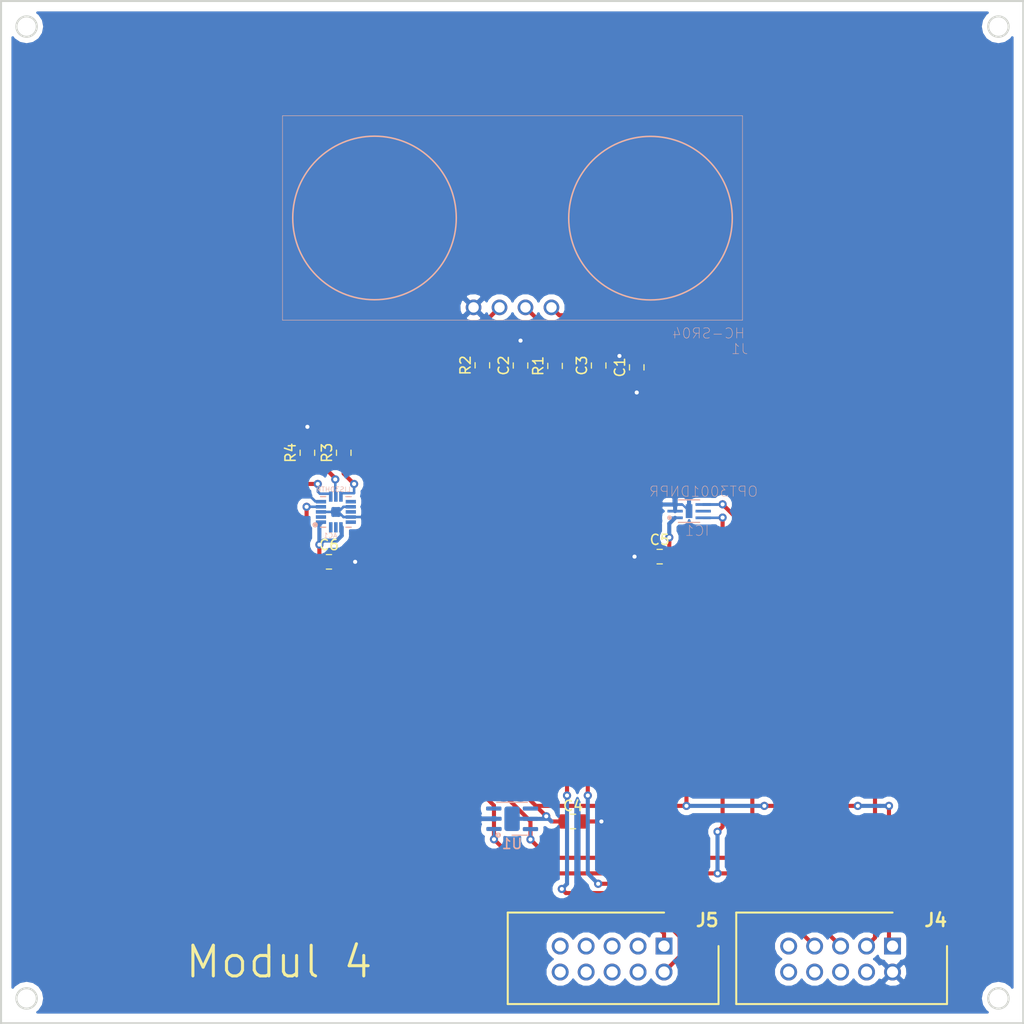
<source format=kicad_pcb>
(kicad_pcb (version 20171130) (host pcbnew "(5.0.0)")

  (general
    (thickness 1.6)
    (drawings 12)
    (tracks 193)
    (zones 0)
    (modules 16)
    (nets 26)
  )

  (page A4)
  (layers
    (0 F.Cu signal)
    (31 B.Cu signal)
    (32 B.Adhes user)
    (33 F.Adhes user)
    (34 B.Paste user)
    (35 F.Paste user)
    (36 B.SilkS user)
    (37 F.SilkS user)
    (38 B.Mask user)
    (39 F.Mask user)
    (40 Dwgs.User user)
    (41 Cmts.User user)
    (42 Eco1.User user)
    (43 Eco2.User user)
    (44 Edge.Cuts user)
    (45 Margin user)
    (46 B.CrtYd user)
    (47 F.CrtYd user)
    (48 B.Fab user)
    (49 F.Fab user)
  )

  (setup
    (last_trace_width 0.4)
    (trace_clearance 0.25)
    (zone_clearance 0.508)
    (zone_45_only no)
    (trace_min 0.3)
    (segment_width 0.2)
    (edge_width 0.2)
    (via_size 0.8)
    (via_drill 0.4)
    (via_min_size 0.4)
    (via_min_drill 0.3)
    (uvia_size 0.3)
    (uvia_drill 0.1)
    (uvias_allowed no)
    (uvia_min_size 0.2)
    (uvia_min_drill 0.1)
    (pcb_text_width 0.3)
    (pcb_text_size 1.5 1.5)
    (mod_edge_width 0.15)
    (mod_text_size 1 1)
    (mod_text_width 0.15)
    (pad_size 1 0.27)
    (pad_drill 0)
    (pad_to_mask_clearance 0)
    (aux_axis_origin 0 0)
    (grid_origin 100 50)
    (visible_elements 7FFFFFFF)
    (pcbplotparams
      (layerselection 0x010fc_ffffffff)
      (usegerberextensions false)
      (usegerberattributes true)
      (usegerberadvancedattributes true)
      (creategerberjobfile false)
      (excludeedgelayer false)
      (linewidth 0.150000)
      (plotframeref false)
      (viasonmask false)
      (mode 1)
      (useauxorigin false)
      (hpglpennumber 1)
      (hpglpenspeed 20)
      (hpglpendiameter 15.000000)
      (psnegative false)
      (psa4output false)
      (plotreference true)
      (plotvalue true)
      (plotinvisibletext false)
      (padsonsilk true)
      (subtractmaskfromsilk false)
      (outputformat 1)
      (mirror false)
      (drillshape 0)
      (scaleselection 1)
      (outputdirectory "../Gerber/Modul 4/"))
  )

  (net 0 "")
  (net 1 "Net-(J1-Pad2)")
  (net 2 "Net-(C2-Pad1)")
  (net 3 GND)
  (net 4 +5V)
  (net 5 /IO27)
  (net 6 /IO14)
  (net 7 +3V3)
  (net 8 /SDA)
  (net 9 "Net-(U1-Pad3)")
  (net 10 "Net-(U1-Pad4)")
  (net 11 /SCL)
  (net 12 /VSPI_CLK)
  (net 13 /VSPI_MOSI)
  (net 14 /VSPI_MISO)
  (net 15 "Net-(J4-Pad9)")
  (net 16 /VSPI_CS)
  (net 17 "Net-(AC1-Pad7)")
  (net 18 "Net-(AC1-Pad8)")
  (net 19 "Net-(AC1-Pad9)")
  (net 20 "Net-(AC1-Pad11)")
  (net 21 "Net-(AC1-Pad13)")
  (net 22 "Net-(AC1-Pad15)")
  (net 23 "Net-(AC1-Pad16)")
  (net 24 "Net-(AC1-Pad2)")
  (net 25 "Net-(IC1-Pad5)")

  (net_class Default "Dies ist die voreingestellte Netzklasse."
    (clearance 0.25)
    (trace_width 0.4)
    (via_dia 0.8)
    (via_drill 0.4)
    (uvia_dia 0.3)
    (uvia_drill 0.1)
    (add_net +3V3)
    (add_net +5V)
    (add_net /IO14)
    (add_net /IO27)
    (add_net /SCL)
    (add_net /SDA)
    (add_net /VSPI_CLK)
    (add_net /VSPI_CS)
    (add_net /VSPI_MISO)
    (add_net /VSPI_MOSI)
    (add_net GND)
    (add_net "Net-(AC1-Pad11)")
    (add_net "Net-(AC1-Pad13)")
    (add_net "Net-(AC1-Pad15)")
    (add_net "Net-(AC1-Pad16)")
    (add_net "Net-(AC1-Pad2)")
    (add_net "Net-(AC1-Pad7)")
    (add_net "Net-(AC1-Pad8)")
    (add_net "Net-(AC1-Pad9)")
    (add_net "Net-(C2-Pad1)")
    (add_net "Net-(IC1-Pad5)")
    (add_net "Net-(J1-Pad2)")
    (add_net "Net-(J4-Pad9)")
    (add_net "Net-(U1-Pad3)")
    (add_net "Net-(U1-Pad4)")
  )

  (module Resistor_SMD:R_0805_2012Metric (layer F.Cu) (tedit 5B36C52B) (tstamp 5E6AA53E)
    (at 129.972 94.196 90)
    (descr "Resistor SMD 0805 (2012 Metric), square (rectangular) end terminal, IPC_7351 nominal, (Body size source: https://docs.google.com/spreadsheets/d/1BsfQQcO9C6DZCsRaXUlFlo91Tg2WpOkGARC1WS5S8t0/edit?usp=sharing), generated with kicad-footprint-generator")
    (tags resistor)
    (path /5E6B0B38)
    (attr smd)
    (fp_text reference R4 (at 0 -1.65 90) (layer F.SilkS)
      (effects (font (size 1 1) (thickness 0.15)))
    )
    (fp_text value 10K (at 0 1.65 90) (layer F.Fab)
      (effects (font (size 1 1) (thickness 0.15)))
    )
    (fp_line (start -1 0.6) (end -1 -0.6) (layer F.Fab) (width 0.1))
    (fp_line (start -1 -0.6) (end 1 -0.6) (layer F.Fab) (width 0.1))
    (fp_line (start 1 -0.6) (end 1 0.6) (layer F.Fab) (width 0.1))
    (fp_line (start 1 0.6) (end -1 0.6) (layer F.Fab) (width 0.1))
    (fp_line (start -0.258578 -0.71) (end 0.258578 -0.71) (layer F.SilkS) (width 0.12))
    (fp_line (start -0.258578 0.71) (end 0.258578 0.71) (layer F.SilkS) (width 0.12))
    (fp_line (start -1.68 0.95) (end -1.68 -0.95) (layer F.CrtYd) (width 0.05))
    (fp_line (start -1.68 -0.95) (end 1.68 -0.95) (layer F.CrtYd) (width 0.05))
    (fp_line (start 1.68 -0.95) (end 1.68 0.95) (layer F.CrtYd) (width 0.05))
    (fp_line (start 1.68 0.95) (end -1.68 0.95) (layer F.CrtYd) (width 0.05))
    (fp_text user %R (at 0 0 90) (layer F.Fab)
      (effects (font (size 0.5 0.5) (thickness 0.08)))
    )
    (pad 1 smd roundrect (at -0.9375 0 90) (size 0.975 1.4) (layers F.Cu F.Paste F.Mask) (roundrect_rratio 0.25)
      (net 17 "Net-(AC1-Pad7)"))
    (pad 2 smd roundrect (at 0.9375 0 90) (size 0.975 1.4) (layers F.Cu F.Paste F.Mask) (roundrect_rratio 0.25)
      (net 3 GND))
    (model ${KISYS3DMOD}/Resistor_SMD.3dshapes/R_0805_2012Metric.wrl
      (at (xyz 0 0 0))
      (scale (xyz 1 1 1))
      (rotate (xyz 0 0 0))
    )
  )

  (module Sensor_Audio:XCVR_HC-SR04 (layer B.Cu) (tedit 5E652075) (tstamp 5DB5ACA9)
    (at 150.038 79.972)
    (path /5D7B4780)
    (fp_text reference J1 (at 22.22 4.064) (layer B.SilkS)
      (effects (font (size 1.00052 1.00052) (thickness 0.05)) (justify mirror))
    )
    (fp_text value HC-SR04 (at 19.172 2.54) (layer B.SilkS)
      (effects (font (size 1.00169 1.00169) (thickness 0.05)) (justify mirror))
    )
    (fp_line (start -22.5 1.25) (end 22.5 1.25) (layer B.SilkS) (width 0.05))
    (fp_line (start 22.5 -18.75) (end -22.5 -18.75) (layer B.SilkS) (width 0.05))
    (fp_line (start 22.5 1.25) (end 22.5 -18.75) (layer B.SilkS) (width 0.05))
    (fp_line (start -22.5 1.25) (end -22.5 -18.75) (layer B.SilkS) (width 0.05))
    (fp_circle (center -13.5 -8.75) (end -5.5 -8.75) (layer B.SilkS) (width 0.15))
    (fp_circle (center 13.5 -8.73) (end 21.5 -8.73) (layer B.SilkS) (width 0.15))
    (pad 4 thru_hole circle (at -3.81 0) (size 1.53 1.53) (drill 1.02) (layers *.Cu *.Mask)
      (net 3 GND))
    (pad 1 thru_hole circle (at 3.81 0) (size 1.53 1.53) (drill 1.02) (layers *.Cu *.Mask)
      (net 4 +5V))
    (pad 2 thru_hole circle (at 1.27 0) (size 1.53 1.53) (drill 1.02) (layers *.Cu *.Mask)
      (net 1 "Net-(J1-Pad2)"))
    (pad 3 thru_hole circle (at -1.27 0) (size 1.53 1.53) (drill 1.02) (layers *.Cu *.Mask)
      (net 2 "Net-(C2-Pad1)"))
  )

  (module Resistor_SMD:R_0805_2012Metric (layer F.Cu) (tedit 5B36C52B) (tstamp 5DB5ADB6)
    (at 154.2 85.7 90)
    (descr "Resistor SMD 0805 (2012 Metric), square (rectangular) end terminal, IPC_7351 nominal, (Body size source: https://docs.google.com/spreadsheets/d/1BsfQQcO9C6DZCsRaXUlFlo91Tg2WpOkGARC1WS5S8t0/edit?usp=sharing), generated with kicad-footprint-generator")
    (tags resistor)
    (path /5DA6C641)
    (attr smd)
    (fp_text reference R1 (at 0 -1.65 90) (layer F.SilkS)
      (effects (font (size 1 1) (thickness 0.15)))
    )
    (fp_text value 47R (at 0 1.65 90) (layer F.Fab)
      (effects (font (size 1 1) (thickness 0.15)))
    )
    (fp_text user %R (at 0 0 90) (layer F.Fab)
      (effects (font (size 0.5 0.5) (thickness 0.08)))
    )
    (fp_line (start 1.68 0.95) (end -1.68 0.95) (layer F.CrtYd) (width 0.05))
    (fp_line (start 1.68 -0.95) (end 1.68 0.95) (layer F.CrtYd) (width 0.05))
    (fp_line (start -1.68 -0.95) (end 1.68 -0.95) (layer F.CrtYd) (width 0.05))
    (fp_line (start -1.68 0.95) (end -1.68 -0.95) (layer F.CrtYd) (width 0.05))
    (fp_line (start -0.258578 0.71) (end 0.258578 0.71) (layer F.SilkS) (width 0.12))
    (fp_line (start -0.258578 -0.71) (end 0.258578 -0.71) (layer F.SilkS) (width 0.12))
    (fp_line (start 1 0.6) (end -1 0.6) (layer F.Fab) (width 0.1))
    (fp_line (start 1 -0.6) (end 1 0.6) (layer F.Fab) (width 0.1))
    (fp_line (start -1 -0.6) (end 1 -0.6) (layer F.Fab) (width 0.1))
    (fp_line (start -1 0.6) (end -1 -0.6) (layer F.Fab) (width 0.1))
    (pad 2 smd roundrect (at 0.9375 0 90) (size 0.975 1.4) (layers F.Cu F.Paste F.Mask) (roundrect_rratio 0.25)
      (net 1 "Net-(J1-Pad2)"))
    (pad 1 smd roundrect (at -0.9375 0 90) (size 0.975 1.4) (layers F.Cu F.Paste F.Mask) (roundrect_rratio 0.25)
      (net 5 /IO27))
    (model ${KISYS3DMOD}/Resistor_SMD.3dshapes/R_0805_2012Metric.wrl
      (at (xyz 0 0 0))
      (scale (xyz 1 1 1))
      (rotate (xyz 0 0 0))
    )
  )

  (module Resistor_SMD:R_0805_2012Metric (layer F.Cu) (tedit 5B36C52B) (tstamp 5DB5AE94)
    (at 147.088 85.6375 90)
    (descr "Resistor SMD 0805 (2012 Metric), square (rectangular) end terminal, IPC_7351 nominal, (Body size source: https://docs.google.com/spreadsheets/d/1BsfQQcO9C6DZCsRaXUlFlo91Tg2WpOkGARC1WS5S8t0/edit?usp=sharing), generated with kicad-footprint-generator")
    (tags resistor)
    (path /5DA6EF55)
    (attr smd)
    (fp_text reference R2 (at 0 -1.65 90) (layer F.SilkS)
      (effects (font (size 1 1) (thickness 0.15)))
    )
    (fp_text value 47R (at 0 1.65 90) (layer F.Fab)
      (effects (font (size 1 1) (thickness 0.15)))
    )
    (fp_text user %R (at 0 0 90) (layer F.Fab)
      (effects (font (size 0.5 0.5) (thickness 0.08)))
    )
    (fp_line (start 1.68 0.95) (end -1.68 0.95) (layer F.CrtYd) (width 0.05))
    (fp_line (start 1.68 -0.95) (end 1.68 0.95) (layer F.CrtYd) (width 0.05))
    (fp_line (start -1.68 -0.95) (end 1.68 -0.95) (layer F.CrtYd) (width 0.05))
    (fp_line (start -1.68 0.95) (end -1.68 -0.95) (layer F.CrtYd) (width 0.05))
    (fp_line (start -0.258578 0.71) (end 0.258578 0.71) (layer F.SilkS) (width 0.12))
    (fp_line (start -0.258578 -0.71) (end 0.258578 -0.71) (layer F.SilkS) (width 0.12))
    (fp_line (start 1 0.6) (end -1 0.6) (layer F.Fab) (width 0.1))
    (fp_line (start 1 -0.6) (end 1 0.6) (layer F.Fab) (width 0.1))
    (fp_line (start -1 -0.6) (end 1 -0.6) (layer F.Fab) (width 0.1))
    (fp_line (start -1 0.6) (end -1 -0.6) (layer F.Fab) (width 0.1))
    (pad 2 smd roundrect (at 0.9375 0 90) (size 0.975 1.4) (layers F.Cu F.Paste F.Mask) (roundrect_rratio 0.25)
      (net 2 "Net-(C2-Pad1)"))
    (pad 1 smd roundrect (at -0.9375 0 90) (size 0.975 1.4) (layers F.Cu F.Paste F.Mask) (roundrect_rratio 0.25)
      (net 6 /IO14))
    (model ${KISYS3DMOD}/Resistor_SMD.3dshapes/R_0805_2012Metric.wrl
      (at (xyz 0 0 0))
      (scale (xyz 1 1 1))
      (rotate (xyz 0 0 0))
    )
  )

  (module Capacitor_SMD:C_0805_2012Metric (layer F.Cu) (tedit 5B36C52B) (tstamp 5DB5AEC4)
    (at 162.192 85.8375 90)
    (descr "Capacitor SMD 0805 (2012 Metric), square (rectangular) end terminal, IPC_7351 nominal, (Body size source: https://docs.google.com/spreadsheets/d/1BsfQQcO9C6DZCsRaXUlFlo91Tg2WpOkGARC1WS5S8t0/edit?usp=sharing), generated with kicad-footprint-generator")
    (tags capacitor)
    (path /5D98E62C)
    (attr smd)
    (fp_text reference C1 (at 0 -1.65 90) (layer F.SilkS)
      (effects (font (size 1 1) (thickness 0.15)))
    )
    (fp_text value 1pF (at 0 1.65 90) (layer F.Fab)
      (effects (font (size 1 1) (thickness 0.15)))
    )
    (fp_text user %R (at 0 0 90) (layer F.Fab)
      (effects (font (size 0.5 0.5) (thickness 0.08)))
    )
    (fp_line (start 1.68 0.95) (end -1.68 0.95) (layer F.CrtYd) (width 0.05))
    (fp_line (start 1.68 -0.95) (end 1.68 0.95) (layer F.CrtYd) (width 0.05))
    (fp_line (start -1.68 -0.95) (end 1.68 -0.95) (layer F.CrtYd) (width 0.05))
    (fp_line (start -1.68 0.95) (end -1.68 -0.95) (layer F.CrtYd) (width 0.05))
    (fp_line (start -0.258578 0.71) (end 0.258578 0.71) (layer F.SilkS) (width 0.12))
    (fp_line (start -0.258578 -0.71) (end 0.258578 -0.71) (layer F.SilkS) (width 0.12))
    (fp_line (start 1 0.6) (end -1 0.6) (layer F.Fab) (width 0.1))
    (fp_line (start 1 -0.6) (end 1 0.6) (layer F.Fab) (width 0.1))
    (fp_line (start -1 -0.6) (end 1 -0.6) (layer F.Fab) (width 0.1))
    (fp_line (start -1 0.6) (end -1 -0.6) (layer F.Fab) (width 0.1))
    (pad 2 smd roundrect (at 0.9375 0 90) (size 0.975 1.4) (layers F.Cu F.Paste F.Mask) (roundrect_rratio 0.25)
      (net 4 +5V))
    (pad 1 smd roundrect (at -0.9375 0 90) (size 0.975 1.4) (layers F.Cu F.Paste F.Mask) (roundrect_rratio 0.25)
      (net 3 GND))
    (model ${KISYS3DMOD}/Capacitor_SMD.3dshapes/C_0805_2012Metric.wrl
      (at (xyz 0 0 0))
      (scale (xyz 1 1 1))
      (rotate (xyz 0 0 0))
    )
  )

  (module Capacitor_SMD:C_0805_2012Metric (layer F.Cu) (tedit 5B36C52B) (tstamp 5DB5AF24)
    (at 150.824 85.659 90)
    (descr "Capacitor SMD 0805 (2012 Metric), square (rectangular) end terminal, IPC_7351 nominal, (Body size source: https://docs.google.com/spreadsheets/d/1BsfQQcO9C6DZCsRaXUlFlo91Tg2WpOkGARC1WS5S8t0/edit?usp=sharing), generated with kicad-footprint-generator")
    (tags capacitor)
    (path /5DA6EF4E)
    (attr smd)
    (fp_text reference C2 (at 0 -1.65 90) (layer F.SilkS)
      (effects (font (size 1 1) (thickness 0.15)))
    )
    (fp_text value 47pF (at 0 1.65 90) (layer F.Fab)
      (effects (font (size 1 1) (thickness 0.15)))
    )
    (fp_text user %R (at 0 0 90) (layer F.Fab)
      (effects (font (size 0.5 0.5) (thickness 0.08)))
    )
    (fp_line (start 1.68 0.95) (end -1.68 0.95) (layer F.CrtYd) (width 0.05))
    (fp_line (start 1.68 -0.95) (end 1.68 0.95) (layer F.CrtYd) (width 0.05))
    (fp_line (start -1.68 -0.95) (end 1.68 -0.95) (layer F.CrtYd) (width 0.05))
    (fp_line (start -1.68 0.95) (end -1.68 -0.95) (layer F.CrtYd) (width 0.05))
    (fp_line (start -0.258578 0.71) (end 0.258578 0.71) (layer F.SilkS) (width 0.12))
    (fp_line (start -0.258578 -0.71) (end 0.258578 -0.71) (layer F.SilkS) (width 0.12))
    (fp_line (start 1 0.6) (end -1 0.6) (layer F.Fab) (width 0.1))
    (fp_line (start 1 -0.6) (end 1 0.6) (layer F.Fab) (width 0.1))
    (fp_line (start -1 -0.6) (end 1 -0.6) (layer F.Fab) (width 0.1))
    (fp_line (start -1 0.6) (end -1 -0.6) (layer F.Fab) (width 0.1))
    (pad 2 smd roundrect (at 0.9375 0 90) (size 0.975 1.4) (layers F.Cu F.Paste F.Mask) (roundrect_rratio 0.25)
      (net 3 GND))
    (pad 1 smd roundrect (at -0.9375 0 90) (size 0.975 1.4) (layers F.Cu F.Paste F.Mask) (roundrect_rratio 0.25)
      (net 2 "Net-(C2-Pad1)"))
    (model ${KISYS3DMOD}/Capacitor_SMD.3dshapes/C_0805_2012Metric.wrl
      (at (xyz 0 0 0))
      (scale (xyz 1 1 1))
      (rotate (xyz 0 0 0))
    )
  )

  (module Capacitor_SMD:C_0805_2012Metric (layer F.Cu) (tedit 5B36C52B) (tstamp 5DB5AE64)
    (at 158.468 85.659 90)
    (descr "Capacitor SMD 0805 (2012 Metric), square (rectangular) end terminal, IPC_7351 nominal, (Body size source: https://docs.google.com/spreadsheets/d/1BsfQQcO9C6DZCsRaXUlFlo91Tg2WpOkGARC1WS5S8t0/edit?usp=sharing), generated with kicad-footprint-generator")
    (tags capacitor)
    (path /5DA6C5C7)
    (attr smd)
    (fp_text reference C3 (at 0 -1.65 90) (layer F.SilkS)
      (effects (font (size 1 1) (thickness 0.15)))
    )
    (fp_text value 47pF (at 0 1.65 90) (layer F.Fab)
      (effects (font (size 1 1) (thickness 0.15)))
    )
    (fp_text user %R (at 0 0 90) (layer F.Fab)
      (effects (font (size 0.5 0.5) (thickness 0.08)))
    )
    (fp_line (start 1.68 0.95) (end -1.68 0.95) (layer F.CrtYd) (width 0.05))
    (fp_line (start 1.68 -0.95) (end 1.68 0.95) (layer F.CrtYd) (width 0.05))
    (fp_line (start -1.68 -0.95) (end 1.68 -0.95) (layer F.CrtYd) (width 0.05))
    (fp_line (start -1.68 0.95) (end -1.68 -0.95) (layer F.CrtYd) (width 0.05))
    (fp_line (start -0.258578 0.71) (end 0.258578 0.71) (layer F.SilkS) (width 0.12))
    (fp_line (start -0.258578 -0.71) (end 0.258578 -0.71) (layer F.SilkS) (width 0.12))
    (fp_line (start 1 0.6) (end -1 0.6) (layer F.Fab) (width 0.1))
    (fp_line (start 1 -0.6) (end 1 0.6) (layer F.Fab) (width 0.1))
    (fp_line (start -1 -0.6) (end 1 -0.6) (layer F.Fab) (width 0.1))
    (fp_line (start -1 0.6) (end -1 -0.6) (layer F.Fab) (width 0.1))
    (pad 2 smd roundrect (at 0.9375 0 90) (size 0.975 1.4) (layers F.Cu F.Paste F.Mask) (roundrect_rratio 0.25)
      (net 3 GND))
    (pad 1 smd roundrect (at -0.9375 0 90) (size 0.975 1.4) (layers F.Cu F.Paste F.Mask) (roundrect_rratio 0.25)
      (net 5 /IO27))
    (model ${KISYS3DMOD}/Capacitor_SMD.3dshapes/C_0805_2012Metric.wrl
      (at (xyz 0 0 0))
      (scale (xyz 1 1 1))
      (rotate (xyz 0 0 0))
    )
  )

  (module Capacitor_SMD:C_0805_2012Metric (layer F.Cu) (tedit 5B36C52B) (tstamp 5DB5AEF4)
    (at 155.9585 130.264)
    (descr "Capacitor SMD 0805 (2012 Metric), square (rectangular) end terminal, IPC_7351 nominal, (Body size source: https://docs.google.com/spreadsheets/d/1BsfQQcO9C6DZCsRaXUlFlo91Tg2WpOkGARC1WS5S8t0/edit?usp=sharing), generated with kicad-footprint-generator")
    (tags capacitor)
    (path /5D98F5AC)
    (attr smd)
    (fp_text reference C4 (at 0 -1.524) (layer F.SilkS)
      (effects (font (size 1 1) (thickness 0.15)))
    )
    (fp_text value 1pF (at 0 1.65) (layer F.Fab)
      (effects (font (size 1 1) (thickness 0.15)))
    )
    (fp_text user %R (at 0 0) (layer F.Fab)
      (effects (font (size 0.5 0.5) (thickness 0.08)))
    )
    (fp_line (start 1.68 0.95) (end -1.68 0.95) (layer F.CrtYd) (width 0.05))
    (fp_line (start 1.68 -0.95) (end 1.68 0.95) (layer F.CrtYd) (width 0.05))
    (fp_line (start -1.68 -0.95) (end 1.68 -0.95) (layer F.CrtYd) (width 0.05))
    (fp_line (start -1.68 0.95) (end -1.68 -0.95) (layer F.CrtYd) (width 0.05))
    (fp_line (start -0.258578 0.71) (end 0.258578 0.71) (layer F.SilkS) (width 0.12))
    (fp_line (start -0.258578 -0.71) (end 0.258578 -0.71) (layer F.SilkS) (width 0.12))
    (fp_line (start 1 0.6) (end -1 0.6) (layer F.Fab) (width 0.1))
    (fp_line (start 1 -0.6) (end 1 0.6) (layer F.Fab) (width 0.1))
    (fp_line (start -1 -0.6) (end 1 -0.6) (layer F.Fab) (width 0.1))
    (fp_line (start -1 0.6) (end -1 -0.6) (layer F.Fab) (width 0.1))
    (pad 2 smd roundrect (at 0.9375 0) (size 0.975 1.4) (layers F.Cu F.Paste F.Mask) (roundrect_rratio 0.25)
      (net 3 GND))
    (pad 1 smd roundrect (at -0.9375 0) (size 0.975 1.4) (layers F.Cu F.Paste F.Mask) (roundrect_rratio 0.25)
      (net 7 +3V3))
    (model ${KISYS3DMOD}/Capacitor_SMD.3dshapes/C_0805_2012Metric.wrl
      (at (xyz 0 0 0))
      (scale (xyz 1 1 1))
      (rotate (xyz 0 0 0))
    )
  )

  (module Capacitor_SMD:C_0805_2012Metric (layer F.Cu) (tedit 5B36C52B) (tstamp 5DB5ADE6)
    (at 164.4375 104.356)
    (descr "Capacitor SMD 0805 (2012 Metric), square (rectangular) end terminal, IPC_7351 nominal, (Body size source: https://docs.google.com/spreadsheets/d/1BsfQQcO9C6DZCsRaXUlFlo91Tg2WpOkGARC1WS5S8t0/edit?usp=sharing), generated with kicad-footprint-generator")
    (tags capacitor)
    (path /5DA62551)
    (attr smd)
    (fp_text reference C5 (at 0 -1.65) (layer F.SilkS)
      (effects (font (size 1 1) (thickness 0.15)))
    )
    (fp_text value 1pF (at 0 1.65) (layer F.Fab)
      (effects (font (size 1 1) (thickness 0.15)))
    )
    (fp_text user %R (at 0 0) (layer F.Fab)
      (effects (font (size 0.5 0.5) (thickness 0.08)))
    )
    (fp_line (start 1.68 0.95) (end -1.68 0.95) (layer F.CrtYd) (width 0.05))
    (fp_line (start 1.68 -0.95) (end 1.68 0.95) (layer F.CrtYd) (width 0.05))
    (fp_line (start -1.68 -0.95) (end 1.68 -0.95) (layer F.CrtYd) (width 0.05))
    (fp_line (start -1.68 0.95) (end -1.68 -0.95) (layer F.CrtYd) (width 0.05))
    (fp_line (start -0.258578 0.71) (end 0.258578 0.71) (layer F.SilkS) (width 0.12))
    (fp_line (start -0.258578 -0.71) (end 0.258578 -0.71) (layer F.SilkS) (width 0.12))
    (fp_line (start 1 0.6) (end -1 0.6) (layer F.Fab) (width 0.1))
    (fp_line (start 1 -0.6) (end 1 0.6) (layer F.Fab) (width 0.1))
    (fp_line (start -1 -0.6) (end 1 -0.6) (layer F.Fab) (width 0.1))
    (fp_line (start -1 0.6) (end -1 -0.6) (layer F.Fab) (width 0.1))
    (pad 2 smd roundrect (at 0.9375 0) (size 0.975 1.4) (layers F.Cu F.Paste F.Mask) (roundrect_rratio 0.25)
      (net 7 +3V3))
    (pad 1 smd roundrect (at -0.9375 0) (size 0.975 1.4) (layers F.Cu F.Paste F.Mask) (roundrect_rratio 0.25)
      (net 3 GND))
    (model ${KISYS3DMOD}/Capacitor_SMD.3dshapes/C_0805_2012Metric.wrl
      (at (xyz 0 0 0))
      (scale (xyz 1 1 1))
      (rotate (xyz 0 0 0))
    )
  )

  (module Sensor_Current:XDCR_LIS3DHTR (layer B.Cu) (tedit 5DB41BBE) (tstamp 5DB5AD24)
    (at 132.755 99.98)
    (path /5D7A6E0D)
    (attr smd)
    (fp_text reference AC1 (at -0.531084 2.30607) (layer B.SilkS)
      (effects (font (size 0.480266 0.480266) (thickness 0.05)) (justify mirror))
    )
    (fp_text value LIS3DHTR (at -0.226258 -2.19771) (layer B.SilkS)
      (effects (font (size 0.480549 0.480549) (thickness 0.05)) (justify mirror))
    )
    (fp_line (start -1.5 1.5) (end -1.5 -1.5) (layer Eco2.User) (width 0.127))
    (fp_line (start -1.5 -1.5) (end 1.5 -1.5) (layer Eco2.User) (width 0.127))
    (fp_line (start 1.5 -1.5) (end 1.5 1.5) (layer Eco2.User) (width 0.127))
    (fp_line (start 1.5 1.5) (end -1.5 1.5) (layer Eco2.User) (width 0.127))
    (fp_line (start -1.75 1.75) (end -1.75 -1.75) (layer Eco1.User) (width 0.05))
    (fp_line (start -1.75 -1.75) (end 1.75 -1.75) (layer Eco1.User) (width 0.05))
    (fp_line (start 1.75 -1.75) (end 1.75 1.75) (layer Eco1.User) (width 0.05))
    (fp_line (start 1.75 1.75) (end -1.75 1.75) (layer Eco1.User) (width 0.05))
    (fp_line (start -0.99 1.5) (end -1.5 1.5) (layer B.SilkS) (width 0.127))
    (fp_line (start 0.99 1.5) (end 1.5 1.5) (layer B.SilkS) (width 0.127))
    (fp_line (start 0.99 -1.5) (end 1.5 -1.5) (layer B.SilkS) (width 0.127))
    (fp_line (start -1.5 -1.5) (end -0.99 -1.5) (layer B.SilkS) (width 0.127))
    (fp_circle (center -2 1.275) (end -1.9 1.275) (layer B.SilkS) (width 0.2))
    (fp_poly (pts (xy -1.96 0.23) (xy -0.95 0.225) (xy -0.95 -0.225) (xy -1.96 -0.22)) (layer B.Mask) (width 0))
    (fp_poly (pts (xy 0.95 0.225) (xy 1.98 0.23) (xy 1.98 -0.22) (xy 0.95 -0.225)) (layer B.Mask) (width 0))
    (fp_poly (pts (xy -0.28 2.01) (xy 0.27 2.01) (xy 0.275 1) (xy -0.275 1)) (layer B.Mask) (width 0))
    (fp_poly (pts (xy -0.27 -0.97) (xy 0.28 -0.97) (xy 0.28 -2) (xy -0.27 -2)) (layer B.Mask) (width 0))
    (fp_poly (pts (xy -0.78 2.01) (xy -0.23 2.01) (xy -0.225 1) (xy -0.775 1)) (layer B.Mask) (width 0))
    (fp_poly (pts (xy 0.23 2.01) (xy 0.78 2.01) (xy 0.775 1) (xy 0.225 1)) (layer B.Mask) (width 0))
    (fp_poly (pts (xy -1.96 0.73) (xy -0.95 0.725) (xy -0.95 0.275) (xy -1.96 0.28)) (layer B.Mask) (width 0))
    (fp_poly (pts (xy -1.96 1.22) (xy -0.95 1.225) (xy -0.95 0.775) (xy -1.96 0.77)) (layer B.Mask) (width 0))
    (fp_poly (pts (xy -1.96 -0.28) (xy -0.95 -0.275) (xy -0.95 -0.725) (xy -1.96 -0.73)) (layer B.Mask) (width 0))
    (fp_poly (pts (xy -1.96 -0.78) (xy -0.95 -0.775) (xy -0.95 -1.225) (xy -1.96 -1.23)) (layer B.Mask) (width 0))
    (fp_poly (pts (xy -0.78 -0.97) (xy -0.23 -0.97) (xy -0.23 -2.01) (xy -0.78 -2.01)) (layer B.Mask) (width 0))
    (fp_poly (pts (xy 0.23 -0.97) (xy 0.78 -0.97) (xy 0.77 -2.01) (xy 0.22 -2.01)) (layer B.Mask) (width 0))
    (fp_poly (pts (xy 0.95 -0.275) (xy 1.98 -0.27) (xy 1.98 -0.72) (xy 0.95 -0.725)) (layer B.Mask) (width 0))
    (fp_poly (pts (xy 0.95 -0.775) (xy 1.98 -0.77) (xy 1.98 -1.22) (xy 0.95 -1.225)) (layer B.Mask) (width 0))
    (fp_poly (pts (xy 0.95 0.725) (xy 1.98 0.72) (xy 1.98 0.27) (xy 0.95 0.275)) (layer B.Mask) (width 0))
    (fp_poly (pts (xy 0.95 1.225) (xy 1.97 1.23) (xy 1.97 0.78) (xy 0.95 0.775)) (layer B.Mask) (width 0))
    (fp_poly (pts (xy -0.18 -1.085) (xy 0.18 -1.085) (xy 0.18 -1.365) (xy -0.18 -1.365)) (layer B.Paste) (width 0))
    (fp_poly (pts (xy -1.405 0.14) (xy -1.045 0.14) (xy -1.045 -0.14) (xy -1.405 -0.14)) (layer B.Paste) (width 0))
    (fp_poly (pts (xy 1.045 0.14) (xy 1.405 0.14) (xy 1.405 -0.14) (xy 1.045 -0.14)) (layer B.Paste) (width 0))
    (fp_poly (pts (xy -0.18 1.365) (xy 0.18 1.365) (xy 0.18 1.085) (xy -0.18 1.085)) (layer B.Paste) (width 0))
    (fp_poly (pts (xy -0.68 1.365) (xy -0.32 1.365) (xy -0.32 1.085) (xy -0.68 1.085)) (layer B.Paste) (width 0))
    (fp_poly (pts (xy 0.32 1.365) (xy 0.68 1.365) (xy 0.68 1.085) (xy 0.32 1.085)) (layer B.Paste) (width 0))
    (fp_poly (pts (xy 1.045 0.64) (xy 1.405 0.64) (xy 1.405 0.36) (xy 1.045 0.36)) (layer B.Paste) (width 0))
    (fp_poly (pts (xy 1.045 1.14) (xy 1.405 1.14) (xy 1.405 0.86) (xy 1.045 0.86)) (layer B.Paste) (width 0))
    (fp_poly (pts (xy 1.045 -0.36) (xy 1.405 -0.36) (xy 1.405 -0.64) (xy 1.045 -0.64)) (layer B.Paste) (width 0))
    (fp_poly (pts (xy 1.045 -0.86) (xy 1.405 -0.86) (xy 1.405 -1.14) (xy 1.045 -1.14)) (layer B.Paste) (width 0))
    (fp_poly (pts (xy 0.32 -1.085) (xy 0.68 -1.085) (xy 0.68 -1.365) (xy 0.32 -1.365)) (layer B.Paste) (width 0))
    (fp_poly (pts (xy -0.68 -1.085) (xy -0.32 -1.085) (xy -0.32 -1.365) (xy -0.68 -1.365)) (layer B.Paste) (width 0))
    (fp_poly (pts (xy -1.405 -0.36) (xy -1.045 -0.36) (xy -1.045 -0.64) (xy -1.405 -0.64)) (layer B.Paste) (width 0))
    (fp_poly (pts (xy -1.405 -0.86) (xy -1.045 -0.86) (xy -1.045 -1.14) (xy -1.405 -1.14)) (layer B.Paste) (width 0))
    (fp_poly (pts (xy -1.405 0.64) (xy -1.045 0.64) (xy -1.045 0.36) (xy -1.405 0.36)) (layer B.Paste) (width 0))
    (fp_poly (pts (xy -1.405 1.14) (xy -1.045 1.14) (xy -1.045 0.86) (xy -1.405 0.86)) (layer B.Paste) (width 0))
    (fp_circle (center -2 1.275) (end -1.9 1.275) (layer Eco2.User) (width 0.2))
    (pad 6 smd rect (at -0.5 -1.495 270) (size 1 0.35) (layers B.Cu B.Paste B.Mask)
      (net 8 /SDA))
    (pad 7 smd rect (at 0 -1.495 270) (size 1 0.35) (layers B.Cu B.Paste B.Mask)
      (net 17 "Net-(AC1-Pad7)"))
    (pad 8 smd rect (at 0.5 -1.495 270) (size 1 0.35) (layers B.Cu B.Paste B.Mask)
      (net 18 "Net-(AC1-Pad8)"))
    (pad 9 smd rect (at 1.465 -1) (size 1 0.35) (layers B.Cu B.Paste B.Mask)
      (net 19 "Net-(AC1-Pad9)"))
    (pad 10 smd rect (at 1.465 -0.5) (size 1 0.35) (layers B.Cu B.Paste B.Mask)
      (net 3 GND))
    (pad 11 smd rect (at 1.465 0) (size 1 0.35) (layers B.Cu B.Paste B.Mask)
      (net 20 "Net-(AC1-Pad11)"))
    (pad 12 smd rect (at 1.465 0.5) (size 1 0.35) (layers B.Cu B.Paste B.Mask)
      (net 3 GND))
    (pad 13 smd rect (at 1.465 1) (size 1 0.35) (layers B.Cu B.Paste B.Mask)
      (net 21 "Net-(AC1-Pad13)"))
    (pad 14 smd rect (at 0.5 1.505 270) (size 1 0.35) (layers B.Cu B.Paste B.Mask)
      (net 7 +3V3))
    (pad 15 smd rect (at 0 1.505 270) (size 1 0.35) (layers B.Cu B.Paste B.Mask)
      (net 22 "Net-(AC1-Pad15)"))
    (pad 16 smd rect (at -0.5 1.505 270) (size 1 0.35) (layers B.Cu B.Paste B.Mask)
      (net 23 "Net-(AC1-Pad16)"))
    (pad 1 smd rect (at -1.455 1 180) (size 1 0.35) (layers B.Cu B.Paste B.Mask)
      (net 7 +3V3))
    (pad 2 smd rect (at -1.455 0.5 180) (size 1 0.35) (layers B.Cu B.Paste B.Mask)
      (net 24 "Net-(AC1-Pad2)"))
    (pad 3 smd rect (at -1.455 0 180) (size 1 0.35) (layers B.Cu B.Paste B.Mask)
      (net 3 GND))
    (pad 4 smd rect (at -1.455 -0.5 180) (size 1 0.35) (layers B.Cu B.Paste B.Mask)
      (net 11 /SCL))
    (pad 5 smd rect (at -1.45 -1 180) (size 1 0.35) (layers B.Cu B.Paste B.Mask)
      (net 3 GND))
  )

  (module Sensor_Current:OPT3001DNPR (layer B.Cu) (tedit 5DB41446) (tstamp 5DB5AFC4)
    (at 167.309999 99.90592)
    (path /5D7A6D06)
    (attr smd)
    (fp_text reference IC1 (at 0.7825 1.917) (layer B.SilkS)
      (effects (font (size 1 1) (thickness 0.05)) (justify mirror))
    )
    (fp_text value OPT3001DNPR (at 1.4175 -1.917) (layer B.SilkS)
      (effects (font (size 1 1) (thickness 0.05)) (justify mirror))
    )
    (fp_line (start 1.605 1.2875) (end 1.605 -1.2875) (layer Eco1.User) (width 0.05))
    (fp_line (start -1.605 1.2875) (end -1.605 -1.2875) (layer Eco1.User) (width 0.05))
    (fp_line (start -1.605 -1.2875) (end 1.605 -1.2875) (layer Eco1.User) (width 0.05))
    (fp_line (start -1.605 1.2875) (end 1.605 1.2875) (layer Eco1.User) (width 0.05))
    (fp_line (start 1.0375 1.0375) (end 1.0375 -1.0375) (layer Eco2.User) (width 0.127))
    (fp_line (start -1.0375 1.0375) (end -1.0375 -1.0375) (layer Eco2.User) (width 0.127))
    (fp_line (start -1.0375 -1.105) (end 1.0375 -1.105) (layer B.SilkS) (width 0.127))
    (fp_line (start -1.0375 1.105) (end 1.0375 1.105) (layer B.SilkS) (width 0.127))
    (fp_line (start -1.0375 -1.0375) (end 1.0375 -1.0375) (layer Eco2.User) (width 0.127))
    (fp_line (start -1.0375 1.0375) (end 1.0375 1.0375) (layer Eco2.User) (width 0.127))
    (fp_circle (center -1.915 0.65) (end -1.815 0.65) (layer Eco2.User) (width 0.2))
    (fp_circle (center -1.915 0.65) (end -1.815 0.65) (layer B.SilkS) (width 0.2))
    (fp_poly (pts (xy -0.21 0.43) (xy 0.21 0.43) (xy 0.21 -0.43) (xy -0.21 -0.43)) (layer B.Paste) (width 0))
    (pad 7 smd rect (at 0 0) (size 0.65 1.35) (layers B.Cu B.Paste B.Mask)
      (net 3 GND))
    (pad 6 smd rect (at 1.385 0.65) (size 1.5 0.27) (layers B.Cu B.Paste B.Mask)
      (net 8 /SDA))
    (pad 5 smd rect (at 1.385 0) (size 1.5 0.27) (layers B.Cu B.Paste B.Mask)
      (net 25 "Net-(IC1-Pad5)"))
    (pad 4 smd rect (at 1.38 -0.65) (size 1.5 0.27) (layers B.Cu B.Paste B.Mask)
      (net 11 /SCL))
    (pad 3 smd rect (at -1.37 -0.65) (size 1.5 0.27) (layers B.Cu B.Paste B.Mask)
      (net 3 GND))
    (pad 2 smd rect (at -1.365 0) (size 1.5 0.27) (layers B.Cu B.Paste B.Mask)
      (net 3 GND))
    (pad 1 smd rect (at -1.365 0.65) (size 1.5 0.27) (layers B.Cu B.Paste B.Mask)
      (net 7 +3V3))
  )

  (module Capacitor_SMD:C_0805_2012Metric (layer F.Cu) (tedit 5B36C52B) (tstamp 5DB5B002)
    (at 132.0825 104.864)
    (descr "Capacitor SMD 0805 (2012 Metric), square (rectangular) end terminal, IPC_7351 nominal, (Body size source: https://docs.google.com/spreadsheets/d/1BsfQQcO9C6DZCsRaXUlFlo91Tg2WpOkGARC1WS5S8t0/edit?usp=sharing), generated with kicad-footprint-generator")
    (tags capacitor)
    (path /5DADB5D5)
    (attr smd)
    (fp_text reference C6 (at 0 -1.65) (layer F.SilkS)
      (effects (font (size 1 1) (thickness 0.15)))
    )
    (fp_text value 1pF (at 0 1.65) (layer F.Fab)
      (effects (font (size 1 1) (thickness 0.15)))
    )
    (fp_text user %R (at 0 0) (layer F.Fab)
      (effects (font (size 0.5 0.5) (thickness 0.08)))
    )
    (fp_line (start 1.68 0.95) (end -1.68 0.95) (layer F.CrtYd) (width 0.05))
    (fp_line (start 1.68 -0.95) (end 1.68 0.95) (layer F.CrtYd) (width 0.05))
    (fp_line (start -1.68 -0.95) (end 1.68 -0.95) (layer F.CrtYd) (width 0.05))
    (fp_line (start -1.68 0.95) (end -1.68 -0.95) (layer F.CrtYd) (width 0.05))
    (fp_line (start -0.258578 0.71) (end 0.258578 0.71) (layer F.SilkS) (width 0.12))
    (fp_line (start -0.258578 -0.71) (end 0.258578 -0.71) (layer F.SilkS) (width 0.12))
    (fp_line (start 1 0.6) (end -1 0.6) (layer F.Fab) (width 0.1))
    (fp_line (start 1 -0.6) (end 1 0.6) (layer F.Fab) (width 0.1))
    (fp_line (start -1 -0.6) (end 1 -0.6) (layer F.Fab) (width 0.1))
    (fp_line (start -1 0.6) (end -1 -0.6) (layer F.Fab) (width 0.1))
    (pad 2 smd roundrect (at 0.9375 0) (size 0.975 1.4) (layers F.Cu F.Paste F.Mask) (roundrect_rratio 0.25)
      (net 3 GND))
    (pad 1 smd roundrect (at -0.9375 0) (size 0.975 1.4) (layers F.Cu F.Paste F.Mask) (roundrect_rratio 0.25)
      (net 7 +3V3))
    (model ${KISYS3DMOD}/Capacitor_SMD.3dshapes/C_0805_2012Metric.wrl
      (at (xyz 0 0 0))
      (scale (xyz 1 1 1))
      (rotate (xyz 0 0 0))
    )
  )

  (module Package_DFN_QFN:DFN-6-1EP_3x3mm_P1mm_EP1.5x2.4mm (layer B.Cu) (tedit 5DB415CC) (tstamp 5DB5AE20)
    (at 149.995 130)
    (descr "DFN, 6 Pin (https://www.silabs.com/documents/public/data-sheets/Si7020-A20.pdf), generated with kicad-footprint-generator ipc_dfn_qfn_generator.py")
    (tags "DFN DFN_QFN")
    (path /5D7B55B4)
    (attr smd)
    (fp_text reference U1 (at 0 2.45) (layer B.SilkS)
      (effects (font (size 1 1) (thickness 0.15)) (justify mirror))
    )
    (fp_text value Si7020-A20 (at 0 -2.45) (layer B.Fab)
      (effects (font (size 1 1) (thickness 0.15)) (justify mirror))
    )
    (fp_line (start 0 1.61) (end 1.5 1.61) (layer B.SilkS) (width 0.12))
    (fp_line (start -1.5 -1.61) (end 1.5 -1.61) (layer B.SilkS) (width 0.12))
    (fp_line (start -0.75 1.5) (end 1.5 1.5) (layer B.Fab) (width 0.1))
    (fp_line (start 1.5 1.5) (end 1.5 -1.5) (layer B.Fab) (width 0.1))
    (fp_line (start 1.5 -1.5) (end -1.5 -1.5) (layer B.Fab) (width 0.1))
    (fp_line (start -1.5 -1.5) (end -1.5 0.75) (layer B.Fab) (width 0.1))
    (fp_line (start -1.5 0.75) (end -0.75 1.5) (layer B.Fab) (width 0.1))
    (fp_line (start -2.1 1.75) (end -2.1 -1.75) (layer B.CrtYd) (width 0.05))
    (fp_line (start -2.1 -1.75) (end 2.1 -1.75) (layer B.CrtYd) (width 0.05))
    (fp_line (start 2.1 -1.75) (end 2.1 1.75) (layer B.CrtYd) (width 0.05))
    (fp_line (start 2.1 1.75) (end -2.1 1.75) (layer B.CrtYd) (width 0.05))
    (fp_text user %R (at 0 0) (layer B.Fab)
      (effects (font (size 0.75 0.75) (thickness 0.11)) (justify mirror))
    )
    (pad 7 smd roundrect (at 0 0) (size 1.5 2.4) (layers B.Cu B.Mask) (roundrect_rratio 0.166667)
      (net 7 +3V3))
    (pad "" smd roundrect (at -0.375 0.6) (size 0.6 0.97) (layers B.Paste) (roundrect_rratio 0.25))
    (pad "" smd roundrect (at -0.375 -0.6) (size 0.6 0.97) (layers B.Paste) (roundrect_rratio 0.25))
    (pad "" smd roundrect (at 0.375 0.6) (size 0.6 0.97) (layers B.Paste) (roundrect_rratio 0.25))
    (pad "" smd roundrect (at 0.375 -0.6) (size 0.6 0.97) (layers B.Paste) (roundrect_rratio 0.25))
    (pad 1 smd roundrect (at -1.77 1) (size 1.5 0.4) (layers B.Cu B.Paste B.Mask) (roundrect_rratio 0.25)
      (net 8 /SDA))
    (pad 2 smd roundrect (at -1.77 0) (size 1.5 0.4) (layers B.Cu B.Paste B.Mask) (roundrect_rratio 0.25)
      (net 3 GND))
    (pad 3 smd roundrect (at -1.79 -1) (size 1.5 0.4) (layers B.Cu B.Paste B.Mask) (roundrect_rratio 0.25)
      (net 9 "Net-(U1-Pad3)"))
    (pad 4 smd roundrect (at 1.8 -1) (size 1.5 0.4) (layers B.Cu B.Paste B.Mask) (roundrect_rratio 0.25)
      (net 10 "Net-(U1-Pad4)"))
    (pad 5 smd roundrect (at 1.8 0.01) (size 1.5 0.4) (layers B.Cu B.Paste B.Mask) (roundrect_rratio 0.25)
      (net 7 +3V3))
    (pad 6 smd roundrect (at 1.8 1.01) (size 1.5 0.4) (layers B.Cu B.Paste B.Mask) (roundrect_rratio 0.25)
      (net 11 /SCL))
    (model ${KISYS3DMOD}/Package_DFN_QFN.3dshapes/DFN-6-1EP_3x3mm_P1mm_EP1.5x2.4mm.wrl
      (at (xyz 0 0 0))
      (scale (xyz 1 1 1))
      (rotate (xyz 0 0 0))
    )
  )

  (module Connector_IDC:SHDR10W64P254X254_2X5_2032X880X915P (layer F.Cu) (tedit 5DD2A81F) (tstamp 5DFFBB28)
    (at 187.216 142.456 180)
    (descr "AWHW 10G-0202-T")
    (tags Connector)
    (path /5E017A15)
    (fp_text reference J4 (at -4.224 2.54 180) (layer F.SilkS)
      (effects (font (size 1.27 1.27) (thickness 0.254)))
    )
    (fp_text value ConnectorBUS_Rechts (at 0.21 5.27 180) (layer F.SilkS) hide
      (effects (font (size 1.27 1.27) (thickness 0.254)))
    )
    (fp_text user %R (at 0 0 180) (layer F.Fab)
      (effects (font (size 1.27 1.27) (thickness 0.254)))
    )
    (fp_line (start -5.58 3.53) (end -5.58 -5.92) (layer F.CrtYd) (width 0.05))
    (fp_line (start -5.58 -5.92) (end 15.54 -5.92) (layer F.CrtYd) (width 0.05))
    (fp_line (start 15.54 -5.92) (end 15.54 3.53) (layer F.CrtYd) (width 0.05))
    (fp_line (start 15.54 3.53) (end -5.58 3.53) (layer F.CrtYd) (width 0.05))
    (fp_line (start -5.33 3.28) (end -5.33 -5.67) (layer F.Fab) (width 0.1))
    (fp_line (start -5.33 -5.67) (end 15.29 -5.67) (layer F.Fab) (width 0.1))
    (fp_line (start 15.29 -5.67) (end 15.29 3.28) (layer F.Fab) (width 0.1))
    (fp_line (start 15.29 3.28) (end -5.33 3.28) (layer F.Fab) (width 0.1))
    (fp_line (start 0 3.28) (end 15.29 3.28) (layer F.SilkS) (width 0.2))
    (fp_line (start 15.29 3.28) (end 15.29 -5.67) (layer F.SilkS) (width 0.2))
    (fp_line (start 15.29 -5.67) (end -5.33 -5.67) (layer F.SilkS) (width 0.2))
    (fp_line (start -5.33 -5.67) (end -5.33 0) (layer F.SilkS) (width 0.2))
    (pad 1 thru_hole rect (at 0 0 180) (size 1.65 1.65) (drill 1.1) (layers *.Cu *.Mask)
      (net 7 +3V3))
    (pad 2 thru_hole circle (at 0 -2.54 180) (size 1.65 1.65) (drill 1.1) (layers *.Cu *.Mask)
      (net 3 GND))
    (pad 3 thru_hole circle (at 2.54 0 180) (size 1.65 1.65) (drill 1.1) (layers *.Cu *.Mask)
      (net 4 +5V))
    (pad 4 thru_hole circle (at 2.54 -2.54 180) (size 1.65 1.65) (drill 1.1) (layers *.Cu *.Mask)
      (net 12 /VSPI_CLK))
    (pad 5 thru_hole circle (at 5.08 0 180) (size 1.65 1.65) (drill 1.1) (layers *.Cu *.Mask)
      (net 11 /SCL))
    (pad 6 thru_hole circle (at 5.08 -2.54 180) (size 1.65 1.65) (drill 1.1) (layers *.Cu *.Mask)
      (net 13 /VSPI_MOSI))
    (pad 7 thru_hole circle (at 7.62 0 180) (size 1.65 1.65) (drill 1.1) (layers *.Cu *.Mask)
      (net 8 /SDA))
    (pad 8 thru_hole circle (at 7.62 -2.54 180) (size 1.65 1.65) (drill 1.1) (layers *.Cu *.Mask)
      (net 14 /VSPI_MISO))
    (pad 9 thru_hole circle (at 10.16 0 180) (size 1.65 1.65) (drill 1.1) (layers *.Cu *.Mask)
      (net 15 "Net-(J4-Pad9)"))
    (pad 10 thru_hole circle (at 10.16 -2.54 180) (size 1.65 1.65) (drill 1.1) (layers *.Cu *.Mask)
      (net 16 /VSPI_CS))
  )

  (module Connector_IDC:SHDR10W64P254X254_2X5_2032X880X915P (layer F.Cu) (tedit 5DD2A81F) (tstamp 5DFFBB76)
    (at 164.864 142.456 180)
    (descr "AWHW 10G-0202-T")
    (tags Connector)
    (path /5E02A15F)
    (fp_text reference J5 (at -4.224 2.54 180) (layer F.SilkS)
      (effects (font (size 1.27 1.27) (thickness 0.254)))
    )
    (fp_text value Conn_02x01 (at 0.21 5.27 180) (layer F.SilkS) hide
      (effects (font (size 1.27 1.27) (thickness 0.254)))
    )
    (fp_text user %R (at 0 0 180) (layer F.Fab)
      (effects (font (size 1.27 1.27) (thickness 0.254)))
    )
    (fp_line (start -5.58 3.53) (end -5.58 -5.92) (layer F.CrtYd) (width 0.05))
    (fp_line (start -5.58 -5.92) (end 15.54 -5.92) (layer F.CrtYd) (width 0.05))
    (fp_line (start 15.54 -5.92) (end 15.54 3.53) (layer F.CrtYd) (width 0.05))
    (fp_line (start 15.54 3.53) (end -5.58 3.53) (layer F.CrtYd) (width 0.05))
    (fp_line (start -5.33 3.28) (end -5.33 -5.67) (layer F.Fab) (width 0.1))
    (fp_line (start -5.33 -5.67) (end 15.29 -5.67) (layer F.Fab) (width 0.1))
    (fp_line (start 15.29 -5.67) (end 15.29 3.28) (layer F.Fab) (width 0.1))
    (fp_line (start 15.29 3.28) (end -5.33 3.28) (layer F.Fab) (width 0.1))
    (fp_line (start 0 3.28) (end 15.29 3.28) (layer F.SilkS) (width 0.2))
    (fp_line (start 15.29 3.28) (end 15.29 -5.67) (layer F.SilkS) (width 0.2))
    (fp_line (start 15.29 -5.67) (end -5.33 -5.67) (layer F.SilkS) (width 0.2))
    (fp_line (start -5.33 -5.67) (end -5.33 0) (layer F.SilkS) (width 0.2))
    (pad 1 thru_hole rect (at 0 0 180) (size 1.65 1.65) (drill 1.1) (layers *.Cu *.Mask)
      (net 6 /IO14))
    (pad 2 thru_hole circle (at 0 -2.54 180) (size 1.65 1.65) (drill 1.1) (layers *.Cu *.Mask)
      (net 5 /IO27))
    (pad 3 thru_hole circle (at 2.54 0 180) (size 1.65 1.65) (drill 1.1) (layers *.Cu *.Mask))
    (pad 4 thru_hole circle (at 2.54 -2.54 180) (size 1.65 1.65) (drill 1.1) (layers *.Cu *.Mask))
    (pad 5 thru_hole circle (at 5.08 0 180) (size 1.65 1.65) (drill 1.1) (layers *.Cu *.Mask))
    (pad 6 thru_hole circle (at 5.08 -2.54 180) (size 1.65 1.65) (drill 1.1) (layers *.Cu *.Mask))
    (pad 7 thru_hole circle (at 7.62 0 180) (size 1.65 1.65) (drill 1.1) (layers *.Cu *.Mask))
    (pad 8 thru_hole circle (at 7.62 -2.54 180) (size 1.65 1.65) (drill 1.1) (layers *.Cu *.Mask))
    (pad 9 thru_hole circle (at 10.16 0 180) (size 1.65 1.65) (drill 1.1) (layers *.Cu *.Mask))
    (pad 10 thru_hole circle (at 10.16 -2.54 180) (size 1.65 1.65) (drill 1.1) (layers *.Cu *.Mask))
  )

  (module Resistor_SMD:R_0805_2012Metric (layer F.Cu) (tedit 5B36C52B) (tstamp 5DFFA3D5)
    (at 133.528 94.196 90)
    (descr "Resistor SMD 0805 (2012 Metric), square (rectangular) end terminal, IPC_7351 nominal, (Body size source: https://docs.google.com/spreadsheets/d/1BsfQQcO9C6DZCsRaXUlFlo91Tg2WpOkGARC1WS5S8t0/edit?usp=sharing), generated with kicad-footprint-generator")
    (tags resistor)
    (path /5DFFF538)
    (attr smd)
    (fp_text reference R3 (at 0 -1.65 90) (layer F.SilkS)
      (effects (font (size 1 1) (thickness 0.15)))
    )
    (fp_text value 10K (at 0 1.65 90) (layer F.Fab)
      (effects (font (size 1 1) (thickness 0.15)))
    )
    (fp_text user %R (at 0 0 90) (layer F.Fab)
      (effects (font (size 0.5 0.5) (thickness 0.08)))
    )
    (fp_line (start 1.68 0.95) (end -1.68 0.95) (layer F.CrtYd) (width 0.05))
    (fp_line (start 1.68 -0.95) (end 1.68 0.95) (layer F.CrtYd) (width 0.05))
    (fp_line (start -1.68 -0.95) (end 1.68 -0.95) (layer F.CrtYd) (width 0.05))
    (fp_line (start -1.68 0.95) (end -1.68 -0.95) (layer F.CrtYd) (width 0.05))
    (fp_line (start -0.258578 0.71) (end 0.258578 0.71) (layer F.SilkS) (width 0.12))
    (fp_line (start -0.258578 -0.71) (end 0.258578 -0.71) (layer F.SilkS) (width 0.12))
    (fp_line (start 1 0.6) (end -1 0.6) (layer F.Fab) (width 0.1))
    (fp_line (start 1 -0.6) (end 1 0.6) (layer F.Fab) (width 0.1))
    (fp_line (start -1 -0.6) (end 1 -0.6) (layer F.Fab) (width 0.1))
    (fp_line (start -1 0.6) (end -1 -0.6) (layer F.Fab) (width 0.1))
    (pad 2 smd roundrect (at 0.9375 0 90) (size 0.975 1.4) (layers F.Cu F.Paste F.Mask) (roundrect_rratio 0.25)
      (net 7 +3V3))
    (pad 1 smd roundrect (at -0.9375 0 90) (size 0.975 1.4) (layers F.Cu F.Paste F.Mask) (roundrect_rratio 0.25)
      (net 18 "Net-(AC1-Pad8)"))
    (model ${KISYS3DMOD}/Resistor_SMD.3dshapes/R_0805_2012Metric.wrl
      (at (xyz 0 0 0))
      (scale (xyz 1 1 1))
      (rotate (xyz 0 0 0))
    )
  )

  (gr_circle (center 148.641 131.5975) (end 148.7045 131.5975) (layer B.SilkS) (width 0.2))
  (gr_circle (center 165.405 100.546) (end 165.532 100.546) (layer B.SilkS) (width 0.2))
  (gr_circle (center 130.734 101.2445) (end 130.7975 101.2445) (layer B.SilkS) (width 0.2))
  (gr_text "Modul 4" (at 127.2 144) (layer F.SilkS)
    (effects (font (size 3 3) (thickness 0.3)))
  )
  (gr_circle (center 102.5 147.576) (end 103.5 147.576) (layer Edge.Cuts) (width 0.2) (tstamp 5DB5ABCD))
  (gr_circle (center 197.576 147.576) (end 198.576 147.576) (layer Edge.Cuts) (width 0.2) (tstamp 5DB5ABC7))
  (gr_circle (center 197.576 52.5) (end 198.576 52.5) (layer Edge.Cuts) (width 0.2) (tstamp 5DB62112))
  (gr_circle (center 102.5 52.5) (end 103.5 52.5) (layer Edge.Cuts) (width 0.2) (tstamp 5DB5ABD6))
  (gr_line (start 100 50) (end 100 150) (layer Edge.Cuts) (width 0.2))
  (gr_line (start 100 150) (end 200 150) (layer Edge.Cuts) (width 0.2))
  (gr_line (start 200 50) (end 200 150) (layer Edge.Cuts) (width 0.2))
  (gr_line (start 100 50) (end 200 50) (layer Edge.Cuts) (width 0.2))

  (segment (start 151.288 79.992) (end 151.308 79.972) (width 0.4) (layer F.Cu) (net 1))
  (segment (start 154.2 82.864) (end 151.308 79.972) (width 0.4) (layer F.Cu) (net 1))
  (segment (start 154.2 84.7625) (end 154.2 82.864) (width 0.4) (layer F.Cu) (net 1))
  (segment (start 148.9845 86.5965) (end 147.088 84.7) (width 0.4) (layer F.Cu) (net 2))
  (segment (start 150.824 86.5965) (end 148.9845 86.5965) (width 0.4) (layer F.Cu) (net 2))
  (segment (start 147.088 81.652) (end 148.768 79.972) (width 0.4) (layer F.Cu) (net 2))
  (segment (start 147.088 84.7) (end 147.088 81.652) (width 0.4) (layer F.Cu) (net 2))
  (segment (start 131.05 98.95) (end 130.75 98.95) (width 0.25) (layer B.Cu) (net 3))
  (segment (start 130.75 98.95) (end 130.35 98.55) (width 0.25) (layer B.Cu) (net 3))
  (segment (start 130.35 98.55) (end 128.4 98.55) (width 0.25) (layer B.Cu) (net 3))
  (segment (start 151.28 84.692) (end 151.288 84.7) (width 0.4) (layer F.Cu) (net 3))
  (segment (start 162.192 86.775) (end 162.192 88.299) (width 0.4) (layer F.Cu) (net 3))
  (segment (start 160.5 84.7215) (end 158.468 84.7215) (width 0.4) (layer F.Cu) (net 3) (tstamp 5DCD9881))
  (via (at 160.5 84.7215) (size 0.8) (drill 0.4) (layers F.Cu B.Cu) (net 3))
  (segment (start 162.192 88.299) (end 162.192 88.299) (width 0.4) (layer F.Cu) (net 3) (tstamp 5DCD9883))
  (via (at 162.192 88.299) (size 0.8) (drill 0.4) (layers F.Cu B.Cu) (net 3))
  (segment (start 148.225 130) (end 145 130) (width 0.2) (layer B.Cu) (net 3))
  (segment (start 133.52 99.48) (end 134.22 99.48) (width 0.25) (layer B.Cu) (net 3))
  (segment (start 133.504998 99.48) (end 133.52 99.48) (width 0.25) (layer B.Cu) (net 3))
  (segment (start 133.004998 99.98) (end 133.504998 99.48) (width 0.25) (layer B.Cu) (net 3))
  (segment (start 133.5 100.48) (end 133 99.98) (width 0.25) (layer B.Cu) (net 3))
  (segment (start 134.22 100.48) (end 133.5 100.48) (width 0.25) (layer B.Cu) (net 3))
  (segment (start 131.3 99.98) (end 133 99.98) (width 0.25) (layer B.Cu) (net 3))
  (segment (start 133 99.98) (end 133.004998 99.98) (width 0.2) (layer B.Cu) (net 3))
  (segment (start 166.659999 99.25592) (end 165.939999 99.25592) (width 0.2) (layer B.Cu) (net 3))
  (segment (start 167.309999 99.90592) (end 166.659999 99.25592) (width 0.2) (layer B.Cu) (net 3))
  (segment (start 163.324 104.356) (end 161.976 104.356) (width 0.4) (layer F.Cu) (net 3))
  (via (at 161.976 104.356) (size 0.8) (drill 0.4) (layers F.Cu B.Cu) (net 3))
  (segment (start 156.896 130.264) (end 158.736 130.264) (width 0.4) (layer F.Cu) (net 3))
  (via (at 158.736 130.264) (size 0.8) (drill 0.4) (layers F.Cu B.Cu) (net 3))
  (via (at 134.644 104.864) (size 0.8) (drill 0.4) (layers F.Cu B.Cu) (net 3))
  (segment (start 134.22 100.48) (end 135.48 100.48) (width 0.25) (layer B.Cu) (net 3))
  (segment (start 133.02 104.864) (end 134.644 104.864) (width 0.4) (layer F.Cu) (net 3))
  (segment (start 165.939999 99.25592) (end 165.024 99.25592) (width 0.4) (layer B.Cu) (net 3))
  (segment (start 165.024 99.25592) (end 164.516 99.25592) (width 0.4) (layer B.Cu) (net 3))
  (segment (start 164.516 99.25592) (end 164.25592 99.25592) (width 0.2) (layer B.Cu) (net 3))
  (segment (start 167.309999 98.83092) (end 167.056 98.576921) (width 0.4) (layer B.Cu) (net 3))
  (segment (start 167.309999 99.90592) (end 167.309999 98.83092) (width 0.4) (layer B.Cu) (net 3))
  (segment (start 165.944999 99.26092) (end 165.939999 99.25592) (width 0.4) (layer B.Cu) (net 3))
  (segment (start 165.944999 99.90592) (end 165.944999 99.26092) (width 0.4) (layer B.Cu) (net 3))
  (segment (start 150.824 84.7215) (end 150.824 83.224) (width 0.4) (layer F.Cu) (net 3))
  (segment (start 150.824 83.224) (end 150.824 83.224) (width 0.4) (layer F.Cu) (net 3) (tstamp 5E652836))
  (via (at 150.824 83.224) (size 0.8) (drill 0.4) (layers F.Cu B.Cu) (net 3))
  (segment (start 129.972 93.2585) (end 129.972 91.656) (width 0.4) (layer F.Cu) (net 3))
  (segment (start 129.972 91.656) (end 129.972 91.656) (width 0.4) (layer F.Cu) (net 3) (tstamp 5E6AA717))
  (via (at 129.972 91.656) (size 0.8) (drill 0.4) (layers F.Cu B.Cu) (net 3))
  (segment (start 154.612999 80.736999) (end 166.804999 80.736999) (width 0.4) (layer F.Cu) (net 4))
  (segment (start 153.848 79.972) (end 154.612999 80.736999) (width 0.4) (layer F.Cu) (net 4))
  (segment (start 166.804999 80.736999) (end 167.660748 81.592748) (width 0.4) (layer F.Cu) (net 4))
  (segment (start 185.500999 99.432999) (end 174.676 88.608) (width 0.4) (layer F.Cu) (net 4))
  (segment (start 185.500999 141.631001) (end 185.500999 99.432999) (width 0.4) (layer F.Cu) (net 4))
  (segment (start 184.676 142.456) (end 185.500999 141.631001) (width 0.4) (layer F.Cu) (net 4))
  (segment (start 174.676 88.608) (end 168.120374 82.052374) (width 0.4) (layer F.Cu) (net 4))
  (segment (start 168.120374 82.052374) (end 167.660748 81.592748) (width 0.4) (layer F.Cu) (net 4))
  (segment (start 167.660748 81.592748) (end 168.58 82.512) (width 0.4) (layer F.Cu) (net 4))
  (segment (start 167.929992 82.242756) (end 168.120374 82.052374) (width 0.4) (layer F.Cu) (net 4))
  (segment (start 165.272748 84.9) (end 167.929992 82.242756) (width 0.4) (layer F.Cu) (net 4))
  (segment (start 162.192 84.9) (end 165.272748 84.9) (width 0.4) (layer F.Cu) (net 4))
  (segment (start 158.42 136.36) (end 158.42 136.36) (width 0.4) (layer F.Cu) (net 5) (tstamp 5DD2E3B4))
  (via (at 158.42 136.36) (size 0.8) (drill 0.4) (layers F.Cu B.Cu) (net 5))
  (segment (start 157.404 127.724) (end 157.404 127.724) (width 0.4) (layer B.Cu) (net 5) (tstamp 5DD2E3E9))
  (via (at 157.404 127.724) (size 0.8) (drill 0.4) (layers F.Cu B.Cu) (net 5))
  (segment (start 166.388 141.519998) (end 166.388 143.472) (width 0.4) (layer F.Cu) (net 5))
  (segment (start 161.228002 136.36) (end 166.388 141.519998) (width 0.4) (layer F.Cu) (net 5))
  (segment (start 158.42 136.36) (end 161.228002 136.36) (width 0.4) (layer F.Cu) (net 5))
  (segment (start 164.864 144.996) (end 166.388 143.472) (width 0.4) (layer F.Cu) (net 5))
  (segment (start 158.42 136.36) (end 157.404 135.344) (width 0.4) (layer B.Cu) (net 5))
  (segment (start 157.404 135.344) (end 157.404 127.724) (width 0.4) (layer B.Cu) (net 5))
  (segment (start 154.241 86.5965) (end 154.2 86.6375) (width 0.4) (layer F.Cu) (net 5))
  (segment (start 158.468 86.5965) (end 154.241 86.5965) (width 0.4) (layer F.Cu) (net 5))
  (segment (start 157.404 87.6605) (end 158.468 86.5965) (width 0.4) (layer F.Cu) (net 5))
  (segment (start 157.404 127.724) (end 157.404 87.6605) (width 0.4) (layer F.Cu) (net 5))
  (segment (start 154.864 136.868) (end 154.864 136.868) (width 0.4) (layer F.Cu) (net 6) (tstamp 5DD2E3B6))
  (via (at 154.864 136.868) (size 0.8) (drill 0.4) (layers F.Cu B.Cu) (net 6))
  (segment (start 154.864 136.868) (end 155.372 136.36) (width 0.4) (layer B.Cu) (net 6))
  (segment (start 155.372 136.36) (end 155.372 127.724) (width 0.4) (layer B.Cu) (net 6))
  (segment (start 155.372 127.724) (end 155.372 127.724) (width 0.4) (layer B.Cu) (net 6) (tstamp 5DD2E3EB))
  (via (at 155.372 127.724) (size 0.8) (drill 0.4) (layers F.Cu B.Cu) (net 6))
  (segment (start 155.372 127.724) (end 155.372 94.704) (width 0.4) (layer F.Cu) (net 6))
  (segment (start 155.263999 137.267999) (end 154.864 136.868) (width 0.4) (layer F.Cu) (net 6))
  (segment (start 160.900999 137.267999) (end 155.263999 137.267999) (width 0.4) (layer F.Cu) (net 6))
  (segment (start 164.864 141.231) (end 160.900999 137.267999) (width 0.4) (layer F.Cu) (net 6))
  (segment (start 164.864 142.456) (end 164.864 141.231) (width 0.4) (layer F.Cu) (net 6))
  (segment (start 155.217 94.704) (end 147.088 86.575) (width 0.4) (layer F.Cu) (net 6))
  (segment (start 155.372 94.704) (end 155.217 94.704) (width 0.4) (layer F.Cu) (net 6))
  (via (at 186.868 128.74) (size 0.8) (drill 0.4) (layers F.Cu B.Cu) (net 7))
  (segment (start 149.995 130) (end 151.445 130) (width 0.4) (layer B.Cu) (net 7) (tstamp 5DB5ABFA))
  (segment (start 165.375 104.356) (end 165.375 102.989) (width 0.4) (layer F.Cu) (net 7))
  (segment (start 165.375 102.481) (end 165.375 102.481) (width 0.4) (layer F.Cu) (net 7) (tstamp 5DCD98E3))
  (via (at 165.375 102.481) (size 0.8) (drill 0.4) (layers F.Cu B.Cu) (net 7))
  (segment (start 165.375 101.125919) (end 165.944999 100.55592) (width 0.4) (layer B.Cu) (net 7))
  (segment (start 165.375 102.481) (end 165.375 101.125919) (width 0.4) (layer B.Cu) (net 7))
  (segment (start 131.145 104.356) (end 131.145 103.183) (width 0.4) (layer F.Cu) (net 7))
  (segment (start 131.145 103.183) (end 131.145 103.183) (width 0.4) (layer F.Cu) (net 7) (tstamp 5DCD993A))
  (via (at 131.145 103.183) (size 0.8) (drill 0.4) (layers F.Cu B.Cu) (net 7))
  (segment (start 133.330001 102.305001) (end 133.330001 101.485) (width 0.4) (layer B.Cu) (net 7))
  (segment (start 132.852001 102.783001) (end 133.330001 102.305001) (width 0.4) (layer B.Cu) (net 7))
  (segment (start 131.544999 102.783001) (end 132.852001 102.783001) (width 0.4) (layer B.Cu) (net 7))
  (segment (start 131.145 103.183) (end 131.544999 102.783001) (width 0.4) (layer B.Cu) (net 7))
  (segment (start 131.145 101.210001) (end 131.3 101.055001) (width 0.4) (layer B.Cu) (net 7))
  (segment (start 131.145 103.183) (end 131.145 101.210001) (width 0.4) (layer B.Cu) (net 7))
  (segment (start 155.021 130.264) (end 153.848 130.264) (width 0.4) (layer F.Cu) (net 7))
  (segment (start 153.848 130.264) (end 153.848 130.264) (width 0.4) (layer F.Cu) (net 7) (tstamp 5DCD99FF))
  (via (at 153.34 129.756) (size 0.8) (drill 0.4) (layers F.Cu B.Cu) (net 7))
  (segment (start 153.594 130.01) (end 153.848 130.264) (width 0.4) (layer B.Cu) (net 7))
  (segment (start 151.795 130.01) (end 153.594 130.01) (width 0.4) (layer B.Cu) (net 7))
  (segment (start 165.375 102.989) (end 165.375 102.481) (width 0.4) (layer F.Cu) (net 7))
  (segment (start 131.145 104.864) (end 131.145 107.561) (width 0.4) (layer F.Cu) (net 7))
  (segment (start 174.676 128.74) (end 174.676 128.74) (width 0.4) (layer F.Cu) (net 7) (tstamp 5DD2E2AB))
  (via (at 174.676 128.74) (size 0.8) (drill 0.4) (layers F.Cu B.Cu) (net 7))
  (segment (start 174.676 128.74) (end 167.056 128.74) (width 0.4) (layer B.Cu) (net 7))
  (segment (start 167.056 128.74) (end 167.056 128.74) (width 0.4) (layer B.Cu) (net 7) (tstamp 5DD2E2C4))
  (via (at 167.056 128.74) (size 0.8) (drill 0.4) (layers F.Cu B.Cu) (net 7))
  (segment (start 167.056 128.74) (end 152.324 128.74) (width 0.4) (layer F.Cu) (net 7))
  (segment (start 152.324 128.74) (end 153.848 130.264) (width 0.4) (layer F.Cu) (net 7))
  (segment (start 167.056 106.037) (end 165.375 104.356) (width 0.4) (layer F.Cu) (net 7))
  (segment (start 167.056 128.74) (end 167.056 106.037) (width 0.4) (layer F.Cu) (net 7))
  (segment (start 136.576 112.992) (end 136.576 94.196) (width 0.4) (layer F.Cu) (net 7))
  (segment (start 136.576 112.992) (end 152.324 128.74) (width 0.4) (layer F.Cu) (net 7))
  (segment (start 131.145 107.561) (end 136.576 112.992) (width 0.4) (layer F.Cu) (net 7))
  (segment (start 135.6385 93.2585) (end 136.576 94.196) (width 0.4) (layer F.Cu) (net 7))
  (segment (start 133.528 93.2585) (end 135.6385 93.2585) (width 0.4) (layer F.Cu) (net 7))
  (segment (start 174.676 128.74) (end 183.82 128.74) (width 0.4) (layer F.Cu) (net 7))
  (segment (start 183.82 128.74) (end 183.82 128.74) (width 0.4) (layer F.Cu) (net 7) (tstamp 5DFFBF4E))
  (via (at 183.82 128.74) (size 0.8) (drill 0.4) (layers F.Cu B.Cu) (net 7))
  (segment (start 183.82 128.74) (end 186.017999 128.74) (width 0.4) (layer B.Cu) (net 7))
  (segment (start 186.017999 128.74) (end 186.868 128.74) (width 0.4) (layer B.Cu) (net 7))
  (segment (start 186.868 142.108) (end 187.216 142.456) (width 0.4) (layer F.Cu) (net 7))
  (segment (start 186.868 128.74) (end 186.868 142.108) (width 0.4) (layer F.Cu) (net 7))
  (segment (start 132.2 98.2) (end 131.2 98.2) (width 0.25) (layer B.Cu) (net 8))
  (segment (start 131.2 98.2) (end 131 98) (width 0.25) (layer B.Cu) (net 8))
  (segment (start 131 98) (end 131 97.2) (width 0.25) (layer B.Cu) (net 8))
  (segment (start 168.694999 100.55592) (end 170.09408 100.55592) (width 0.25) (layer B.Cu) (net 8))
  (segment (start 148.225 131.753) (end 148.225 132.007) (width 0.25) (layer B.Cu) (net 8))
  (segment (start 148.225 132.007) (end 148.225 131.753) (width 0.25) (layer B.Cu) (net 8) (tstamp 5DCD9C3E))
  (segment (start 170.09408 100.55592) (end 170.09408 100.55592) (width 0.25) (layer B.Cu) (net 8) (tstamp 5DCD9C42))
  (via (at 170.59192 100.53584) (size 0.8) (drill 0.4) (layers F.Cu B.Cu) (net 8))
  (segment (start 148.225 128.705) (end 128.448 108.928) (width 0.4) (layer F.Cu) (net 8))
  (segment (start 128.448 108.928) (end 128.448 98.768) (width 0.4) (layer F.Cu) (net 8))
  (segment (start 128.448 98.768) (end 129.972 97.244) (width 0.4) (layer F.Cu) (net 8))
  (via (at 130.988 97.244) (size 0.8) (drill 0.4) (layers F.Cu B.Cu) (net 8))
  (segment (start 129.972 97.244) (end 129.975 97.247) (width 0.4) (layer F.Cu) (net 8))
  (segment (start 172.484 135.344) (end 179.596 142.456) (width 0.4) (layer F.Cu) (net 8))
  (segment (start 148.225 132.007) (end 151.562 135.344) (width 0.4) (layer F.Cu) (net 8))
  (segment (start 151.562 135.344) (end 170.104 135.344) (width 0.4) (layer F.Cu) (net 8))
  (segment (start 170.09408 131.27008) (end 170.09408 131.27008) (width 0.4) (layer F.Cu) (net 8) (tstamp 5DFFBEE6))
  (via (at 170.09408 131.27008) (size 0.8) (drill 0.4) (layers F.Cu B.Cu) (net 8))
  (segment (start 170.104 135.344) (end 172.484 135.344) (width 0.4) (layer F.Cu) (net 8) (tstamp 5DFFBEE8))
  (via (at 170.104 135.344) (size 0.8) (drill 0.4) (layers F.Cu B.Cu) (net 8))
  (segment (start 170.09408 135.33408) (end 170.104 135.344) (width 0.4) (layer B.Cu) (net 8))
  (segment (start 170.09408 131.27008) (end 170.09408 135.33408) (width 0.4) (layer B.Cu) (net 8))
  (segment (start 170.59192 130.77224) (end 170.09408 131.27008) (width 0.4) (layer F.Cu) (net 8))
  (segment (start 170.59192 100.53584) (end 170.59192 130.77224) (width 0.4) (layer F.Cu) (net 8))
  (segment (start 170.57184 100.55592) (end 170.59192 100.53584) (width 0.4) (layer B.Cu) (net 8))
  (segment (start 170.09408 100.55592) (end 170.57184 100.55592) (width 0.25) (layer B.Cu) (net 8))
  (segment (start 148.225 131) (end 148.225 132.007) (width 0.25) (layer B.Cu) (net 8))
  (segment (start 148.225 132.007) (end 148.225 128.705) (width 0.4) (layer F.Cu) (net 8))
  (via (at 148.225 132.007) (size 0.8) (drill 0.4) (layers F.Cu B.Cu) (net 8))
  (segment (start 148.225 132.007) (end 148.225 132.007) (width 0.25) (layer B.Cu) (net 8) (tstamp 5DD2E07F))
  (segment (start 130.988 97.244) (end 129.972 97.244) (width 0.4) (layer F.Cu) (net 8))
  (segment (start 131.3 99.48) (end 129.895 99.48) (width 0.25) (layer B.Cu) (net 11))
  (segment (start 168.689999 99.25592) (end 170.08392 99.25592) (width 0.25) (layer B.Cu) (net 11))
  (segment (start 151.795 131.01) (end 151.795 132.021) (width 0.25) (layer B.Cu) (net 11))
  (segment (start 151.795 131.767) (end 151.795 132.021) (width 0.25) (layer B.Cu) (net 11))
  (segment (start 151.795 132.021) (end 151.795 131.767) (width 0.25) (layer B.Cu) (net 11) (tstamp 5DCD9C3C))
  (segment (start 170.08392 99.25592) (end 170.08392 99.25592) (width 0.25) (layer B.Cu) (net 11) (tstamp 5DCD9C40))
  (via (at 170.59192 99.23584) (size 0.8) (drill 0.4) (layers F.Cu B.Cu) (net 11))
  (segment (start 129.895 99.48) (end 129.895 99.48) (width 0.25) (layer B.Cu) (net 11) (tstamp 5DCD9C44))
  (via (at 129.895 99.48) (size 0.8) (drill 0.4) (layers F.Cu B.Cu) (net 11))
  (segment (start 151.795 132.021) (end 151.795 132.021) (width 0.25) (layer B.Cu) (net 11) (tstamp 5DD2E081))
  (via (at 151.795 132.021) (size 0.8) (drill 0.4) (layers F.Cu B.Cu) (net 11))
  (segment (start 153.594 133.82) (end 151.795 132.021) (width 0.4) (layer F.Cu) (net 11))
  (segment (start 129.895 108.343) (end 129.895 99.48) (width 0.4) (layer F.Cu) (net 11))
  (segment (start 151.795 132.021) (end 151.795 130.243) (width 0.4) (layer F.Cu) (net 11))
  (segment (start 151.795 130.243) (end 129.895 108.343) (width 0.4) (layer F.Cu) (net 11))
  (segment (start 173.5 133.82) (end 182.136 142.456) (width 0.4) (layer F.Cu) (net 11))
  (segment (start 153.594 133.82) (end 173.5 133.82) (width 0.4) (layer F.Cu) (net 11))
  (segment (start 173.5 102.14392) (end 170.59192 99.23584) (width 0.4) (layer F.Cu) (net 11))
  (segment (start 173.5 133.82) (end 173.5 102.14392) (width 0.4) (layer F.Cu) (net 11))
  (segment (start 170.57184 99.25592) (end 170.59192 99.23584) (width 0.4) (layer B.Cu) (net 11))
  (segment (start 168.689999 99.25592) (end 170.57184 99.25592) (width 0.25) (layer B.Cu) (net 11))
  (segment (start 132.7 96.7) (end 132.7 96.7) (width 0.25) (layer B.Cu) (net 17))
  (segment (start 132.7 96.7) (end 132.7 98.224) (width 0.25) (layer B.Cu) (net 17) (tstamp 5E6AA867))
  (via (at 132.7 96.8) (size 0.8) (drill 0.4) (layers F.Cu B.Cu) (net 17))
  (segment (start 131.1335 95.1335) (end 129.972 95.1335) (width 0.4) (layer F.Cu) (net 17))
  (segment (start 132.7 96.7) (end 131.1335 95.1335) (width 0.4) (layer F.Cu) (net 17))
  (segment (start 133.25 98.15) (end 134.52 98.15) (width 0.25) (layer B.Cu) (net 18))
  (segment (start 134.541 97.247) (end 134.541 97.247) (width 0.4) (layer B.Cu) (net 18) (tstamp 5DFFA5DF))
  (via (at 134.541 97.247) (size 0.8) (drill 0.4) (layers F.Cu B.Cu) (net 18))
  (segment (start 133.528 96.234) (end 134.541 97.247) (width 0.4) (layer F.Cu) (net 18))
  (segment (start 133.528 95.1335) (end 133.528 96.234) (width 0.4) (layer F.Cu) (net 18))
  (segment (start 134.541 98.129) (end 134.52 98.15) (width 0.25) (layer B.Cu) (net 18))
  (segment (start 134.541 97.247) (end 134.541 98.129) (width 0.25) (layer B.Cu) (net 18))

  (zone (net 3) (net_name GND) (layer B.Cu) (tstamp 5E78B973) (hatch edge 0.508)
    (connect_pads (clearance 0.508))
    (min_thickness 0.254)
    (fill yes (arc_segments 16) (thermal_gap 0.508) (thermal_bridge_width 0.508))
    (polygon
      (pts
        (xy 101.016 51.016) (xy 199.06 51.016) (xy 199.06 149.06) (xy 101.016 149.06)
      )
    )
    (filled_polygon
      (pts
        (xy 196.335028 51.259028) (xy 195.954591 51.828391) (xy 195.821 52.5) (xy 195.954591 53.171609) (xy 196.335028 53.740972)
        (xy 196.904391 54.121409) (xy 197.576 54.255) (xy 198.247609 54.121409) (xy 198.816972 53.740972) (xy 198.933 53.567324)
        (xy 198.933 146.508676) (xy 198.816972 146.335028) (xy 198.247609 145.954591) (xy 197.576 145.821) (xy 196.904391 145.954591)
        (xy 196.335028 146.335028) (xy 195.954591 146.904391) (xy 195.821 147.576) (xy 195.954591 148.247609) (xy 196.335028 148.816972)
        (xy 196.508676 148.933) (xy 103.567324 148.933) (xy 103.740972 148.816972) (xy 104.121409 148.247609) (xy 104.255 147.576)
        (xy 104.121409 146.904391) (xy 103.740972 146.335028) (xy 103.171609 145.954591) (xy 102.5 145.821) (xy 101.828391 145.954591)
        (xy 101.259028 146.335028) (xy 101.143 146.508676) (xy 101.143 142.165588) (xy 153.244 142.165588) (xy 153.244 142.746412)
        (xy 153.466272 143.283024) (xy 153.876976 143.693728) (xy 153.954887 143.726) (xy 153.876976 143.758272) (xy 153.466272 144.168976)
        (xy 153.244 144.705588) (xy 153.244 145.286412) (xy 153.466272 145.823024) (xy 153.876976 146.233728) (xy 154.413588 146.456)
        (xy 154.994412 146.456) (xy 155.531024 146.233728) (xy 155.941728 145.823024) (xy 155.974 145.745113) (xy 156.006272 145.823024)
        (xy 156.416976 146.233728) (xy 156.953588 146.456) (xy 157.534412 146.456) (xy 158.071024 146.233728) (xy 158.481728 145.823024)
        (xy 158.514 145.745113) (xy 158.546272 145.823024) (xy 158.956976 146.233728) (xy 159.493588 146.456) (xy 160.074412 146.456)
        (xy 160.611024 146.233728) (xy 161.021728 145.823024) (xy 161.054 145.745113) (xy 161.086272 145.823024) (xy 161.496976 146.233728)
        (xy 162.033588 146.456) (xy 162.614412 146.456) (xy 163.151024 146.233728) (xy 163.561728 145.823024) (xy 163.594 145.745113)
        (xy 163.626272 145.823024) (xy 164.036976 146.233728) (xy 164.573588 146.456) (xy 165.154412 146.456) (xy 165.691024 146.233728)
        (xy 166.101728 145.823024) (xy 166.324 145.286412) (xy 166.324 144.705588) (xy 166.101728 144.168976) (xy 165.832624 143.899872)
        (xy 165.936765 143.879157) (xy 166.146809 143.738809) (xy 166.287157 143.528765) (xy 166.33644 143.281) (xy 166.33644 142.165588)
        (xy 175.596 142.165588) (xy 175.596 142.746412) (xy 175.818272 143.283024) (xy 176.228976 143.693728) (xy 176.306887 143.726)
        (xy 176.228976 143.758272) (xy 175.818272 144.168976) (xy 175.596 144.705588) (xy 175.596 145.286412) (xy 175.818272 145.823024)
        (xy 176.228976 146.233728) (xy 176.765588 146.456) (xy 177.346412 146.456) (xy 177.883024 146.233728) (xy 178.293728 145.823024)
        (xy 178.326 145.745113) (xy 178.358272 145.823024) (xy 178.768976 146.233728) (xy 179.305588 146.456) (xy 179.886412 146.456)
        (xy 180.423024 146.233728) (xy 180.833728 145.823024) (xy 180.866 145.745113) (xy 180.898272 145.823024) (xy 181.308976 146.233728)
        (xy 181.845588 146.456) (xy 182.426412 146.456) (xy 182.963024 146.233728) (xy 183.373728 145.823024) (xy 183.406 145.745113)
        (xy 183.438272 145.823024) (xy 183.848976 146.233728) (xy 184.385588 146.456) (xy 184.966412 146.456) (xy 185.503024 146.233728)
        (xy 185.714899 146.021853) (xy 186.369752 146.021853) (xy 186.446956 146.270563) (xy 186.99325 146.467843) (xy 187.573456 146.441048)
        (xy 187.985044 146.270563) (xy 188.062248 146.021853) (xy 187.216 145.175605) (xy 186.369752 146.021853) (xy 185.714899 146.021853)
        (xy 185.913728 145.823024) (xy 185.939591 145.760586) (xy 185.941437 145.765044) (xy 186.190147 145.842248) (xy 187.036395 144.996)
        (xy 187.395605 144.996) (xy 188.241853 145.842248) (xy 188.490563 145.765044) (xy 188.687843 145.21875) (xy 188.661048 144.638544)
        (xy 188.490563 144.226956) (xy 188.241853 144.149752) (xy 187.395605 144.996) (xy 187.036395 144.996) (xy 186.190147 144.149752)
        (xy 185.941437 144.226956) (xy 185.939717 144.231719) (xy 185.913728 144.168976) (xy 185.503024 143.758272) (xy 185.425113 143.726)
        (xy 185.503024 143.693728) (xy 185.772128 143.424624) (xy 185.792843 143.528765) (xy 185.933191 143.738809) (xy 186.143235 143.879157)
        (xy 186.383181 143.926885) (xy 186.369752 143.970147) (xy 187.216 144.816395) (xy 188.062248 143.970147) (xy 188.048819 143.926885)
        (xy 188.288765 143.879157) (xy 188.498809 143.738809) (xy 188.639157 143.528765) (xy 188.68844 143.281) (xy 188.68844 141.631)
        (xy 188.639157 141.383235) (xy 188.498809 141.173191) (xy 188.288765 141.032843) (xy 188.041 140.98356) (xy 186.391 140.98356)
        (xy 186.143235 141.032843) (xy 185.933191 141.173191) (xy 185.792843 141.383235) (xy 185.772128 141.487376) (xy 185.503024 141.218272)
        (xy 184.966412 140.996) (xy 184.385588 140.996) (xy 183.848976 141.218272) (xy 183.438272 141.628976) (xy 183.406 141.706887)
        (xy 183.373728 141.628976) (xy 182.963024 141.218272) (xy 182.426412 140.996) (xy 181.845588 140.996) (xy 181.308976 141.218272)
        (xy 180.898272 141.628976) (xy 180.866 141.706887) (xy 180.833728 141.628976) (xy 180.423024 141.218272) (xy 179.886412 140.996)
        (xy 179.305588 140.996) (xy 178.768976 141.218272) (xy 178.358272 141.628976) (xy 178.326 141.706887) (xy 178.293728 141.628976)
        (xy 177.883024 141.218272) (xy 177.346412 140.996) (xy 176.765588 140.996) (xy 176.228976 141.218272) (xy 175.818272 141.628976)
        (xy 175.596 142.165588) (xy 166.33644 142.165588) (xy 166.33644 141.631) (xy 166.287157 141.383235) (xy 166.146809 141.173191)
        (xy 165.936765 141.032843) (xy 165.689 140.98356) (xy 164.039 140.98356) (xy 163.791235 141.032843) (xy 163.581191 141.173191)
        (xy 163.440843 141.383235) (xy 163.420128 141.487376) (xy 163.151024 141.218272) (xy 162.614412 140.996) (xy 162.033588 140.996)
        (xy 161.496976 141.218272) (xy 161.086272 141.628976) (xy 161.054 141.706887) (xy 161.021728 141.628976) (xy 160.611024 141.218272)
        (xy 160.074412 140.996) (xy 159.493588 140.996) (xy 158.956976 141.218272) (xy 158.546272 141.628976) (xy 158.514 141.706887)
        (xy 158.481728 141.628976) (xy 158.071024 141.218272) (xy 157.534412 140.996) (xy 156.953588 140.996) (xy 156.416976 141.218272)
        (xy 156.006272 141.628976) (xy 155.974 141.706887) (xy 155.941728 141.628976) (xy 155.531024 141.218272) (xy 154.994412 140.996)
        (xy 154.413588 140.996) (xy 153.876976 141.218272) (xy 153.466272 141.628976) (xy 153.244 142.165588) (xy 101.143 142.165588)
        (xy 101.143 128.9) (xy 146.80756 128.9) (xy 146.80756 129.1) (xy 146.864455 129.386033) (xy 146.922913 129.473521)
        (xy 146.84 129.67369) (xy 146.84 129.74125) (xy 146.99875 129.9) (xy 148.098 129.9) (xy 148.098 129.853)
        (xy 148.352 129.853) (xy 148.352 129.9) (xy 148.372 129.9) (xy 148.372 130.1) (xy 148.352 130.1)
        (xy 148.352 130.147) (xy 148.098 130.147) (xy 148.098 130.1) (xy 146.99875 130.1) (xy 146.84 130.25875)
        (xy 146.84 130.32631) (xy 146.930566 130.544956) (xy 146.884455 130.613967) (xy 146.82756 130.9) (xy 146.82756 131.1)
        (xy 146.884455 131.386033) (xy 147.04648 131.62852) (xy 147.214886 131.741046) (xy 147.19 131.801126) (xy 147.19 132.212874)
        (xy 147.347569 132.59328) (xy 147.63872 132.884431) (xy 148.019126 133.042) (xy 148.430874 133.042) (xy 148.81128 132.884431)
        (xy 149.102431 132.59328) (xy 149.26 132.212874) (xy 149.26 131.801126) (xy 149.259806 131.800657) (xy 149.495 131.84744)
        (xy 150.495 131.84744) (xy 150.769208 131.792896) (xy 150.76 131.815126) (xy 150.76 132.226874) (xy 150.917569 132.60728)
        (xy 151.20872 132.898431) (xy 151.589126 133.056) (xy 152.000874 133.056) (xy 152.38128 132.898431) (xy 152.672431 132.60728)
        (xy 152.83 132.226874) (xy 152.83 131.815126) (xy 152.803816 131.751913) (xy 152.97352 131.63852) (xy 153.135545 131.396033)
        (xy 153.19244 131.11) (xy 153.19244 130.91) (xy 153.179511 130.845) (xy 153.248133 130.845) (xy 153.315717 130.912584)
        (xy 153.5222 131.050552) (xy 153.847999 131.115357) (xy 154.173799 131.050552) (xy 154.45 130.866) (xy 154.537001 130.735795)
        (xy 154.537 135.883172) (xy 154.27772 135.990569) (xy 153.986569 136.28172) (xy 153.829 136.662126) (xy 153.829 137.073874)
        (xy 153.986569 137.45428) (xy 154.27772 137.745431) (xy 154.658126 137.903) (xy 155.069874 137.903) (xy 155.45028 137.745431)
        (xy 155.741431 137.45428) (xy 155.899 137.073874) (xy 155.899 137.013868) (xy 155.904284 137.008584) (xy 155.974001 136.962001)
        (xy 156.158552 136.685801) (xy 156.207 136.442237) (xy 156.207 136.442234) (xy 156.223357 136.360001) (xy 156.207 136.277768)
        (xy 156.207 128.352711) (xy 156.249431 128.31028) (xy 156.388 127.975744) (xy 156.526569 128.31028) (xy 156.569001 128.352712)
        (xy 156.569 135.261767) (xy 156.552643 135.344) (xy 156.569 135.426233) (xy 156.569 135.426236) (xy 156.617448 135.6698)
        (xy 156.801999 135.946001) (xy 156.87172 135.992587) (xy 157.385 136.505868) (xy 157.385 136.565874) (xy 157.542569 136.94628)
        (xy 157.83372 137.237431) (xy 158.214126 137.395) (xy 158.625874 137.395) (xy 159.00628 137.237431) (xy 159.297431 136.94628)
        (xy 159.455 136.565874) (xy 159.455 136.154126) (xy 159.297431 135.77372) (xy 159.00628 135.482569) (xy 158.625874 135.325)
        (xy 158.565868 135.325) (xy 158.239 134.998133) (xy 158.239 131.064206) (xy 169.05908 131.064206) (xy 169.05908 131.475954)
        (xy 169.216649 131.85636) (xy 169.25908 131.898791) (xy 169.259081 134.725208) (xy 169.226569 134.75772) (xy 169.069 135.138126)
        (xy 169.069 135.549874) (xy 169.226569 135.93028) (xy 169.51772 136.221431) (xy 169.898126 136.379) (xy 170.309874 136.379)
        (xy 170.69028 136.221431) (xy 170.981431 135.93028) (xy 171.139 135.549874) (xy 171.139 135.138126) (xy 170.981431 134.75772)
        (xy 170.92908 134.705369) (xy 170.92908 131.898791) (xy 170.971511 131.85636) (xy 171.12908 131.475954) (xy 171.12908 131.064206)
        (xy 170.971511 130.6838) (xy 170.68036 130.392649) (xy 170.299954 130.23508) (xy 169.888206 130.23508) (xy 169.5078 130.392649)
        (xy 169.216649 130.6838) (xy 169.05908 131.064206) (xy 158.239 131.064206) (xy 158.239 128.534126) (xy 166.021 128.534126)
        (xy 166.021 128.945874) (xy 166.178569 129.32628) (xy 166.46972 129.617431) (xy 166.850126 129.775) (xy 167.261874 129.775)
        (xy 167.64228 129.617431) (xy 167.684711 129.575) (xy 174.047289 129.575) (xy 174.08972 129.617431) (xy 174.470126 129.775)
        (xy 174.881874 129.775) (xy 175.26228 129.617431) (xy 175.553431 129.32628) (xy 175.711 128.945874) (xy 175.711 128.534126)
        (xy 182.785 128.534126) (xy 182.785 128.945874) (xy 182.942569 129.32628) (xy 183.23372 129.617431) (xy 183.614126 129.775)
        (xy 184.025874 129.775) (xy 184.40628 129.617431) (xy 184.448711 129.575) (xy 186.239289 129.575) (xy 186.28172 129.617431)
        (xy 186.662126 129.775) (xy 187.073874 129.775) (xy 187.45428 129.617431) (xy 187.745431 129.32628) (xy 187.903 128.945874)
        (xy 187.903 128.534126) (xy 187.745431 128.15372) (xy 187.45428 127.862569) (xy 187.073874 127.705) (xy 186.662126 127.705)
        (xy 186.28172 127.862569) (xy 186.239289 127.905) (xy 184.448711 127.905) (xy 184.40628 127.862569) (xy 184.025874 127.705)
        (xy 183.614126 127.705) (xy 183.23372 127.862569) (xy 182.942569 128.15372) (xy 182.785 128.534126) (xy 175.711 128.534126)
        (xy 175.553431 128.15372) (xy 175.26228 127.862569) (xy 174.881874 127.705) (xy 174.470126 127.705) (xy 174.08972 127.862569)
        (xy 174.047289 127.905) (xy 167.684711 127.905) (xy 167.64228 127.862569) (xy 167.261874 127.705) (xy 166.850126 127.705)
        (xy 166.46972 127.862569) (xy 166.178569 128.15372) (xy 166.021 128.534126) (xy 158.239 128.534126) (xy 158.239 128.352711)
        (xy 158.281431 128.31028) (xy 158.439 127.929874) (xy 158.439 127.518126) (xy 158.281431 127.13772) (xy 157.99028 126.846569)
        (xy 157.609874 126.689) (xy 157.198126 126.689) (xy 156.81772 126.846569) (xy 156.526569 127.13772) (xy 156.388 127.472256)
        (xy 156.249431 127.13772) (xy 155.95828 126.846569) (xy 155.577874 126.689) (xy 155.166126 126.689) (xy 154.78572 126.846569)
        (xy 154.494569 127.13772) (xy 154.337 127.518126) (xy 154.337 127.929874) (xy 154.494569 128.31028) (xy 154.537001 128.352712)
        (xy 154.537001 129.792205) (xy 154.496584 129.731717) (xy 154.375 129.610133) (xy 154.375 129.550126) (xy 154.217431 129.16972)
        (xy 153.92628 128.878569) (xy 153.545874 128.721) (xy 153.156835 128.721) (xy 153.135545 128.613967) (xy 152.97352 128.37148)
        (xy 152.731033 128.209455) (xy 152.445 128.15256) (xy 151.145 128.15256) (xy 150.858967 128.209455) (xy 150.840156 128.222024)
        (xy 150.838435 128.220874) (xy 150.495 128.15256) (xy 149.495 128.15256) (xy 149.156618 128.219869) (xy 149.141033 128.209455)
        (xy 148.855 128.15256) (xy 147.555 128.15256) (xy 147.268967 128.209455) (xy 147.02648 128.37148) (xy 146.864455 128.613967)
        (xy 146.80756 128.9) (xy 101.143 128.9) (xy 101.143 99.274126) (xy 128.86 99.274126) (xy 128.86 99.685874)
        (xy 129.017569 100.06628) (xy 129.30872 100.357431) (xy 129.689126 100.515) (xy 130.100874 100.515) (xy 130.15256 100.493591)
        (xy 130.15256 100.655) (xy 130.167478 100.73) (xy 130.15256 100.805) (xy 130.15256 101.155) (xy 130.201843 101.402765)
        (xy 130.310001 101.564633) (xy 130.31 102.554289) (xy 130.267569 102.59672) (xy 130.11 102.977126) (xy 130.11 103.388874)
        (xy 130.267569 103.76928) (xy 130.55872 104.060431) (xy 130.939126 104.218) (xy 131.350874 104.218) (xy 131.73128 104.060431)
        (xy 132.022431 103.76928) (xy 132.085093 103.618001) (xy 132.769768 103.618001) (xy 132.852001 103.634358) (xy 132.934234 103.618001)
        (xy 132.934238 103.618001) (xy 133.177802 103.569553) (xy 133.454002 103.385002) (xy 133.500588 103.315281) (xy 133.862281 102.953588)
        (xy 133.932002 102.907002) (xy 134.116553 102.630802) (xy 134.165001 102.387238) (xy 134.165001 102.387235) (xy 134.181358 102.305002)
        (xy 134.175416 102.275126) (xy 164.34 102.275126) (xy 164.34 102.686874) (xy 164.497569 103.06728) (xy 164.78872 103.358431)
        (xy 165.169126 103.516) (xy 165.580874 103.516) (xy 165.96128 103.358431) (xy 166.252431 103.06728) (xy 166.41 102.686874)
        (xy 166.41 102.275126) (xy 166.252431 101.89472) (xy 166.21 101.852289) (xy 166.21 101.471787) (xy 166.343427 101.33836)
        (xy 166.694999 101.33836) (xy 166.942764 101.289077) (xy 167.152808 101.148729) (xy 167.293156 100.938685) (xy 167.319999 100.803735)
        (xy 167.346842 100.938685) (xy 167.48719 101.148729) (xy 167.697234 101.289077) (xy 167.944999 101.33836) (xy 169.444999 101.33836)
        (xy 169.557814 101.31592) (xy 169.908289 101.31592) (xy 170.00564 101.413271) (xy 170.386046 101.57084) (xy 170.797794 101.57084)
        (xy 171.1782 101.413271) (xy 171.469351 101.12212) (xy 171.62692 100.741714) (xy 171.62692 100.329966) (xy 171.469351 99.94956)
        (xy 171.405631 99.88584) (xy 171.469351 99.82212) (xy 171.62692 99.441714) (xy 171.62692 99.029966) (xy 171.469351 98.64956)
        (xy 171.1782 98.358409) (xy 170.797794 98.20084) (xy 170.386046 98.20084) (xy 170.00564 98.358409) (xy 169.868129 98.49592)
        (xy 169.552814 98.49592) (xy 169.439999 98.47348) (xy 167.939999 98.47348) (xy 167.692234 98.522763) (xy 167.48219 98.663111)
        (xy 167.341842 98.873155) (xy 167.320057 98.982678) (xy 167.228326 98.761221) (xy 167.049697 98.582593) (xy 166.816308 98.48592)
        (xy 166.225749 98.48592) (xy 166.066999 98.64467) (xy 166.066999 99.18842) (xy 166.086999 99.18842) (xy 166.086999 99.27967)
        (xy 166.071999 99.29467) (xy 166.071999 99.32342) (xy 166.066999 99.32342) (xy 166.066999 99.39092) (xy 165.817999 99.39092)
        (xy 165.817999 99.29467) (xy 165.711749 99.18842) (xy 165.812999 99.18842) (xy 165.812999 98.64467) (xy 165.654249 98.48592)
        (xy 165.06369 98.48592) (xy 164.830301 98.582593) (xy 164.651672 98.761221) (xy 164.554999 98.99461) (xy 164.554999 99.02967)
        (xy 164.713749 99.18842) (xy 164.941944 99.18842) (xy 164.835301 99.232593) (xy 164.744473 99.32342) (xy 164.713749 99.32342)
        (xy 164.554999 99.48217) (xy 164.554999 99.51723) (xy 164.58388 99.586956) (xy 164.559999 99.64461) (xy 164.559999 99.67967)
        (xy 164.718749 99.83842) (xy 164.739473 99.83842) (xy 164.813306 99.912252) (xy 164.73719 99.963111) (xy 164.730302 99.97342)
        (xy 164.718749 99.97342) (xy 164.559999 100.13217) (xy 164.559999 100.16723) (xy 164.585686 100.229243) (xy 164.547559 100.42092)
        (xy 164.547559 100.69092) (xy 164.578864 100.848302) (xy 164.523643 101.125919) (xy 164.540001 101.208156) (xy 164.54 101.852289)
        (xy 164.497569 101.89472) (xy 164.34 102.275126) (xy 134.175416 102.275126) (xy 134.165001 102.222769) (xy 134.165001 101.80244)
        (xy 134.72 101.80244) (xy 134.967765 101.753157) (xy 135.177809 101.612809) (xy 135.318157 101.402765) (xy 135.36744 101.155)
        (xy 135.36744 100.805) (xy 135.355 100.742459) (xy 135.355 100.72625) (xy 135.350975 100.722225) (xy 135.318157 100.557235)
        (xy 135.26655 100.48) (xy 135.318157 100.402765) (xy 135.350975 100.237775) (xy 135.355 100.23375) (xy 135.355 100.217541)
        (xy 135.36744 100.155) (xy 135.36744 99.805) (xy 135.355 99.742459) (xy 135.355 99.72625) (xy 135.350975 99.722225)
        (xy 135.318157 99.557235) (xy 135.26655 99.48) (xy 135.318157 99.402765) (xy 135.350975 99.237775) (xy 135.355 99.23375)
        (xy 135.355 99.217541) (xy 135.36744 99.155) (xy 135.36744 98.805) (xy 135.318157 98.557235) (xy 135.243531 98.445551)
        (xy 135.256904 98.425537) (xy 135.301 98.203852) (xy 135.301 98.203848) (xy 135.315888 98.129001) (xy 135.301 98.054154)
        (xy 135.301 97.950711) (xy 135.418431 97.83328) (xy 135.576 97.452874) (xy 135.576 97.041126) (xy 135.418431 96.66072)
        (xy 135.12728 96.369569) (xy 134.746874 96.212) (xy 134.335126 96.212) (xy 133.95472 96.369569) (xy 133.733583 96.590706)
        (xy 133.577431 96.21372) (xy 133.28628 95.922569) (xy 132.905874 95.765) (xy 132.494126 95.765) (xy 132.11372 95.922569)
        (xy 131.822569 96.21372) (xy 131.705079 96.497368) (xy 131.57428 96.366569) (xy 131.193874 96.209) (xy 130.782126 96.209)
        (xy 130.40172 96.366569) (xy 130.110569 96.65772) (xy 129.953 97.038126) (xy 129.953 97.449874) (xy 130.110569 97.83028)
        (xy 130.234266 97.953977) (xy 130.225112 98) (xy 130.24 98.074847) (xy 130.24 98.074851) (xy 130.284096 98.296536)
        (xy 130.336704 98.37527) (xy 130.266673 98.445301) (xy 130.242499 98.503663) (xy 130.100874 98.445) (xy 129.689126 98.445)
        (xy 129.30872 98.602569) (xy 129.017569 98.89372) (xy 128.86 99.274126) (xy 101.143 99.274126) (xy 101.143 80.954387)
        (xy 145.425218 80.954387) (xy 145.495051 81.196883) (xy 146.019586 81.384132) (xy 146.57585 81.356396) (xy 146.960949 81.196883)
        (xy 147.030782 80.954387) (xy 146.228 80.151605) (xy 145.425218 80.954387) (xy 101.143 80.954387) (xy 101.143 79.763586)
        (xy 144.815868 79.763586) (xy 144.843604 80.31985) (xy 145.003117 80.704949) (xy 145.245613 80.774782) (xy 146.048395 79.972)
        (xy 146.407605 79.972) (xy 147.210387 80.774782) (xy 147.452883 80.704949) (xy 147.50073 80.570917) (xy 147.581137 80.765037)
        (xy 147.974963 81.158863) (xy 148.489523 81.372) (xy 149.046477 81.372) (xy 149.561037 81.158863) (xy 149.954863 80.765037)
        (xy 150.038 80.564326) (xy 150.121137 80.765037) (xy 150.514963 81.158863) (xy 151.029523 81.372) (xy 151.586477 81.372)
        (xy 152.101037 81.158863) (xy 152.494863 80.765037) (xy 152.578 80.564326) (xy 152.661137 80.765037) (xy 153.054963 81.158863)
        (xy 153.569523 81.372) (xy 154.126477 81.372) (xy 154.641037 81.158863) (xy 155.034863 80.765037) (xy 155.248 80.250477)
        (xy 155.248 79.693523) (xy 155.034863 79.178963) (xy 154.641037 78.785137) (xy 154.126477 78.572) (xy 153.569523 78.572)
        (xy 153.054963 78.785137) (xy 152.661137 79.178963) (xy 152.578 79.379674) (xy 152.494863 79.178963) (xy 152.101037 78.785137)
        (xy 151.586477 78.572) (xy 151.029523 78.572) (xy 150.514963 78.785137) (xy 150.121137 79.178963) (xy 150.038 79.379674)
        (xy 149.954863 79.178963) (xy 149.561037 78.785137) (xy 149.046477 78.572) (xy 148.489523 78.572) (xy 147.974963 78.785137)
        (xy 147.581137 79.178963) (xy 147.504565 79.363824) (xy 147.452883 79.239051) (xy 147.210387 79.169218) (xy 146.407605 79.972)
        (xy 146.048395 79.972) (xy 145.245613 79.169218) (xy 145.003117 79.239051) (xy 144.815868 79.763586) (xy 101.143 79.763586)
        (xy 101.143 78.989613) (xy 145.425218 78.989613) (xy 146.228 79.792395) (xy 147.030782 78.989613) (xy 146.960949 78.747117)
        (xy 146.436414 78.559868) (xy 145.88015 78.587604) (xy 145.495051 78.747117) (xy 145.425218 78.989613) (xy 101.143 78.989613)
        (xy 101.143 53.567324) (xy 101.259028 53.740972) (xy 101.828391 54.121409) (xy 102.5 54.255) (xy 103.171609 54.121409)
        (xy 103.740972 53.740972) (xy 104.121409 53.171609) (xy 104.255 52.5) (xy 104.121409 51.828391) (xy 103.740972 51.259028)
        (xy 103.567324 51.143) (xy 196.508676 51.143)
      )
    )
    (filled_polygon
      (pts
        (xy 133.08 99.63244) (xy 133.106884 99.63244) (xy 133.089025 99.722225) (xy 133.085 99.72625) (xy 133.085 99.742459)
        (xy 133.07256 99.805) (xy 133.07256 100.155) (xy 133.085 100.217541) (xy 133.085 100.23375) (xy 133.089025 100.237775)
        (xy 133.108873 100.33756) (xy 133.08 100.33756) (xy 133.005 100.352478) (xy 132.93 100.33756) (xy 132.58 100.33756)
        (xy 132.505 100.352478) (xy 132.44744 100.341029) (xy 132.44744 100.305) (xy 132.435 100.242459) (xy 132.435 100.22625)
        (xy 132.430975 100.222225) (xy 132.398157 100.057235) (xy 132.34655 99.98) (xy 132.398157 99.902765) (xy 132.430975 99.737775)
        (xy 132.435 99.73375) (xy 132.435 99.717541) (xy 132.44744 99.655) (xy 132.44744 99.628971) (xy 132.505 99.617522)
        (xy 132.58 99.63244) (xy 132.93 99.63244) (xy 133.005 99.617522)
      )
    )
    (filled_polygon
      (pts
        (xy 167.297559 100.04092) (xy 167.312161 100.114332) (xy 167.230751 100.032922) (xy 167.297559 100.032922)
      )
    )
    (filled_polygon
      (pts
        (xy 167.297559 99.77092) (xy 167.297559 99.778918) (xy 167.230751 99.778918) (xy 167.312161 99.697508)
      )
    )
    (filled_polygon
      (pts
        (xy 167.292559 99.12092) (xy 167.292559 99.128918) (xy 167.225751 99.128918) (xy 167.307161 99.047508)
      )
    )
  )
)

</source>
